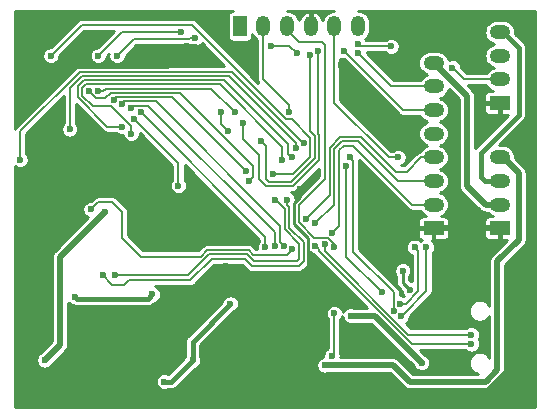
<source format=gbl>
G04 #@! TF.GenerationSoftware,KiCad,Pcbnew,5.0.0-rc2-dev-unknown-bf135b0~64~ubuntu16.04.1*
G04 #@! TF.CreationDate,2018-05-07T12:38:37+02:00*
G04 #@! TF.ProjectId,uwb_pcb,7577625F7063622E6B696361645F7063,rev?*
G04 #@! TF.SameCoordinates,Original*
G04 #@! TF.FileFunction,Copper,L2,Bot,Signal*
G04 #@! TF.FilePolarity,Positive*
%FSLAX46Y46*%
G04 Gerber Fmt 4.6, Leading zero omitted, Abs format (unit mm)*
G04 Created by KiCad (PCBNEW 5.0.0-rc2-dev-unknown-bf135b0~64~ubuntu16.04.1) date Mon May  7 12:38:37 2018*
%MOMM*%
%LPD*%
G01*
G04 APERTURE LIST*
%ADD10R,1.750000X1.200000*%
%ADD11O,1.750000X1.200000*%
%ADD12R,1.200000X1.750000*%
%ADD13O,1.200000X1.750000*%
%ADD14C,0.600000*%
%ADD15C,0.400000*%
%ADD16C,0.500000*%
%ADD17C,0.180000*%
%ADD18C,0.250000*%
%ADD19C,0.254000*%
G04 APERTURE END LIST*
D10*
X134400000Y-52400000D03*
D11*
X134400000Y-50400000D03*
X134400000Y-48400000D03*
X134400000Y-46400000D03*
X134400000Y-44400000D03*
X134400000Y-42400000D03*
X134400000Y-40400000D03*
X134400000Y-38400000D03*
X140000000Y-46400000D03*
X140000000Y-48400000D03*
X140000000Y-50400000D03*
D10*
X140000000Y-52400000D03*
X140000000Y-41800000D03*
D11*
X140000000Y-39800000D03*
X140000000Y-37800000D03*
X140000000Y-35800000D03*
D12*
X118000000Y-35306000D03*
D13*
X120000000Y-35306000D03*
X122000000Y-35306000D03*
X124000000Y-35306000D03*
X126000000Y-35306000D03*
X128000000Y-35306000D03*
D14*
X106800000Y-60800000D03*
X110800000Y-60800000D03*
X119200000Y-61000000D03*
X123400000Y-60800000D03*
X103600000Y-38400000D03*
X140600000Y-59200000D03*
X129800000Y-65600000D03*
X124600000Y-57200000D03*
X113529455Y-36998482D03*
X116800000Y-55600000D03*
X115703058Y-38503058D03*
X110400000Y-50600000D03*
X113662835Y-50970010D03*
X123096942Y-49069979D03*
X128800000Y-42800000D03*
X126600000Y-38600000D03*
X111600000Y-65400000D03*
X114000000Y-63600000D03*
X133400000Y-63800000D03*
X127400000Y-59800000D03*
X117200000Y-58800000D03*
X102800000Y-56600000D03*
X106600000Y-51000000D03*
X101481004Y-63570010D03*
X131800000Y-56000000D03*
X132400000Y-57600000D03*
X110600000Y-58000000D03*
X104000000Y-58200000D03*
X99400000Y-46600000D03*
X123400000Y-45200000D03*
X117600000Y-42600000D03*
X106024900Y-40793250D03*
X103600000Y-44000000D03*
X122750991Y-45632672D03*
X122400000Y-46400000D03*
X108000000Y-43800000D03*
X121600000Y-46600000D03*
X108800000Y-44400000D03*
X112800000Y-48800000D03*
X109065828Y-43171845D03*
X109596426Y-42600107D03*
X120167336Y-54003130D03*
X108754325Y-42240097D03*
X120944718Y-53916475D03*
X108014335Y-41894005D03*
X121723818Y-53878779D03*
X118529989Y-47588212D03*
X107329795Y-41520075D03*
X107600000Y-37799966D03*
X114200227Y-36318474D03*
X106000000Y-37800000D03*
X113000000Y-35770010D03*
X118800000Y-48400000D03*
X105237471Y-40811937D03*
X102000000Y-37800000D03*
X120770010Y-47800000D03*
X125200000Y-64000000D03*
X122200000Y-42599994D03*
X119800000Y-45000000D03*
X128000000Y-37600000D03*
X123943744Y-37697591D03*
X126800000Y-37370010D03*
X124651635Y-37370010D03*
X118252205Y-43491994D03*
X130800000Y-37000000D03*
X128000000Y-36800000D03*
X122800000Y-37600000D03*
X120600000Y-37000000D03*
X116400000Y-42600000D03*
X117003058Y-44196942D03*
X123600000Y-51600021D03*
X124400000Y-52000000D03*
X125825840Y-52771914D03*
X105400000Y-50800000D03*
X122433845Y-54201705D03*
X137600000Y-62200000D03*
X124400021Y-53886200D03*
X137600000Y-61400000D03*
X125170609Y-53765318D03*
X126000000Y-54000000D03*
X131400000Y-46399990D03*
X130000000Y-57800000D03*
X126000000Y-59600000D03*
X125800000Y-63200000D03*
X126999300Y-47174990D03*
X131025327Y-59374673D03*
X127289435Y-46392652D03*
X132800000Y-54000000D03*
X131600000Y-58800000D03*
X136000000Y-38800000D03*
X133800000Y-54000000D03*
X131652297Y-59838706D03*
X107400000Y-56400000D03*
X121000000Y-50000000D03*
X122000000Y-50000000D03*
X106400000Y-56400000D03*
D15*
X106800000Y-60800000D02*
X110800000Y-60800000D01*
X119200000Y-61000000D02*
X123200000Y-61000000D01*
X123200000Y-61000000D02*
X123400000Y-60800000D01*
X104024264Y-38400000D02*
X104297472Y-38673208D01*
X104297472Y-38673208D02*
X111854729Y-38673208D01*
X111854729Y-38673208D02*
X113229456Y-37298481D01*
X113229456Y-37298481D02*
X113529455Y-36998482D01*
X103600000Y-38400000D02*
X104024264Y-38400000D01*
D16*
X140600000Y-59200000D02*
X140600000Y-64600000D01*
X140600000Y-64600000D02*
X139000000Y-66200000D01*
X139000000Y-66200000D02*
X130400000Y-66200000D01*
X130400000Y-66200000D02*
X129800000Y-65600000D01*
D17*
X119200000Y-61000000D02*
X119200000Y-58000000D01*
X119200000Y-58000000D02*
X116800000Y-55600000D01*
D15*
X110800000Y-60800000D02*
X113000000Y-60800000D01*
X117200000Y-57600000D02*
X119200000Y-59600000D01*
X119200000Y-59600000D02*
X119200000Y-61000000D01*
X116200000Y-57600000D02*
X117200000Y-57600000D01*
X113000000Y-60800000D02*
X116200000Y-57600000D01*
X124600000Y-59600000D02*
X124600000Y-57200000D01*
X123400000Y-60800000D02*
X124600000Y-59600000D01*
D16*
X129500001Y-65300001D02*
X124500001Y-65300001D01*
X129800000Y-65600000D02*
X129500001Y-65300001D01*
X123400000Y-64200000D02*
X123400000Y-60800000D01*
X124500001Y-65300001D02*
X123400000Y-64200000D01*
X135775000Y-52400000D02*
X140000000Y-52400000D01*
X134400000Y-52400000D02*
X135775000Y-52400000D01*
D15*
X115403059Y-38203059D02*
X115703058Y-38503058D01*
X113529455Y-36998482D02*
X114198482Y-36998482D01*
X114198482Y-36998482D02*
X115403059Y-38203059D01*
D18*
X113362836Y-50670011D02*
X113662835Y-50970010D01*
X113292825Y-50600000D02*
X113362836Y-50670011D01*
X110400000Y-50600000D02*
X113292825Y-50600000D01*
X122595011Y-50300391D02*
X123096942Y-49798460D01*
X123795011Y-56395011D02*
X123795011Y-53236382D01*
X123096942Y-49494243D02*
X123096942Y-49069979D01*
X123096942Y-49798460D02*
X123096942Y-49494243D01*
X123795011Y-53236382D02*
X122595011Y-52036382D01*
X124600000Y-57200000D02*
X123795011Y-56395011D01*
X122595011Y-52036382D02*
X122595011Y-50300391D01*
D17*
X128800000Y-40800000D02*
X126600000Y-38600000D01*
X128800000Y-42800000D02*
X128800000Y-40800000D01*
D15*
X112200000Y-65400000D02*
X114000000Y-63600000D01*
X111600000Y-65400000D02*
X112200000Y-65400000D01*
D16*
X133400000Y-63800000D02*
X129400000Y-59800000D01*
X129400000Y-59800000D02*
X127400000Y-59800000D01*
D15*
X114000000Y-62000000D02*
X114000000Y-63600000D01*
X117200000Y-58800000D02*
X114000000Y-62000000D01*
X141600000Y-37125000D02*
X140275000Y-35800000D01*
X141600000Y-42800000D02*
X141600000Y-37125000D01*
X140000000Y-48400000D02*
X138725000Y-48400000D01*
X138400000Y-48075000D02*
X138400000Y-46000000D01*
X140275000Y-35800000D02*
X140000000Y-35800000D01*
X138725000Y-48400000D02*
X138400000Y-48075000D01*
X138400000Y-46000000D02*
X141600000Y-42800000D01*
D16*
X102800000Y-54800000D02*
X106600000Y-51000000D01*
X102800000Y-56600000D02*
X102800000Y-54800000D01*
X102800000Y-62251014D02*
X101781003Y-63270011D01*
X102800000Y-56600000D02*
X102800000Y-62251014D01*
X101781003Y-63270011D02*
X101481004Y-63570010D01*
X138800000Y-50400000D02*
X140000000Y-50400000D01*
X137200000Y-48800000D02*
X138800000Y-50400000D01*
X137200000Y-41200000D02*
X137200000Y-48800000D01*
X134400000Y-38400000D02*
X137200000Y-41200000D01*
D18*
X131800000Y-56000000D02*
X131800000Y-57000000D01*
X131800000Y-57000000D02*
X132400000Y-57600000D01*
D15*
X110600000Y-58000000D02*
X110200000Y-58400000D01*
X104200000Y-58400000D02*
X104000000Y-58200000D01*
X110200000Y-58400000D02*
X104200000Y-58400000D01*
D17*
X117343217Y-39143217D02*
X123100001Y-44900001D01*
X104456783Y-39143217D02*
X117343217Y-39143217D01*
X99400000Y-44200000D02*
X104456783Y-39143217D01*
X123100001Y-44900001D02*
X123400000Y-45200000D01*
X99400000Y-46600000D02*
X99400000Y-44200000D01*
X106449164Y-40793250D02*
X106024900Y-40793250D01*
X115590055Y-40590055D02*
X106652359Y-40590055D01*
X106652359Y-40590055D02*
X106449164Y-40793250D01*
X117600000Y-42600000D02*
X115590055Y-40590055D01*
X106603541Y-39510023D02*
X117052606Y-39510023D01*
X122750991Y-45208408D02*
X122750991Y-45632672D01*
X103600000Y-44000000D02*
X103600000Y-40509132D01*
X117052606Y-39510023D02*
X122750991Y-45208408D01*
X103600000Y-40509132D02*
X104605904Y-39503228D01*
X106596745Y-39503228D02*
X106603541Y-39510023D01*
X104605904Y-39503228D02*
X106596745Y-39503228D01*
X122400000Y-46400000D02*
X122100001Y-46100001D01*
X106781736Y-43800000D02*
X107575736Y-43800000D01*
X104833437Y-39863237D02*
X104307459Y-40389215D01*
X106454419Y-39870033D02*
X106447623Y-39863237D01*
X107575736Y-43800000D02*
X108000000Y-43800000D01*
X122100001Y-46100001D02*
X122100001Y-45300001D01*
X116670034Y-39870034D02*
X106454419Y-39870033D01*
X122100001Y-45300001D02*
X116670034Y-39870034D01*
X106447623Y-39863237D02*
X104833437Y-39863237D01*
X104307459Y-40389215D02*
X104307460Y-41325724D01*
X104307460Y-41325724D02*
X106781736Y-43800000D01*
X121600000Y-45490868D02*
X116339176Y-40230044D01*
X121600000Y-46600000D02*
X121600000Y-45490868D01*
X105580945Y-42090077D02*
X107123033Y-42090077D01*
X108800000Y-43975736D02*
X108800000Y-44400000D01*
X108800000Y-43767044D02*
X108800000Y-43975736D01*
X107123033Y-42090077D02*
X108800000Y-43767044D01*
X104667470Y-41176602D02*
X105580945Y-42090077D01*
X104667470Y-40538336D02*
X104667470Y-41176602D01*
X106298502Y-40223248D02*
X104982558Y-40223248D01*
X106305298Y-40230044D02*
X106298502Y-40223248D01*
X104982558Y-40223248D02*
X104667470Y-40538336D01*
X116339176Y-40230044D02*
X106305298Y-40230044D01*
X109365827Y-43471844D02*
X109065828Y-43171845D01*
X112800000Y-46906017D02*
X109365827Y-43471844D01*
X112800000Y-48800000D02*
X112800000Y-46906017D01*
X109596426Y-42600107D02*
X120167336Y-53171017D01*
X120167336Y-53171017D02*
X120167336Y-53578866D01*
X120167336Y-53578866D02*
X120167336Y-54003130D01*
X120944718Y-53492211D02*
X120944718Y-53916475D01*
X120944718Y-52737059D02*
X120944718Y-53492211D01*
X108754325Y-42240097D02*
X108964325Y-42030097D01*
X110237756Y-42030097D02*
X120944718Y-52737059D01*
X108964325Y-42030097D02*
X110237756Y-42030097D01*
X108014335Y-41894005D02*
X107989798Y-41869468D01*
X121423819Y-52183507D02*
X121423819Y-53578780D01*
X108172593Y-41670088D02*
X110910400Y-41670088D01*
X107989798Y-41852883D02*
X108172593Y-41670088D01*
X107989798Y-41869468D02*
X107989798Y-41852883D01*
X121423819Y-53578780D02*
X121723818Y-53878779D01*
X110910400Y-41670088D02*
X121423819Y-52183507D01*
X107300443Y-41490723D02*
X107329795Y-41520075D01*
X118529989Y-47588212D02*
X112251854Y-41310077D01*
X112251854Y-41310077D02*
X107451736Y-41310077D01*
X107451736Y-41310077D02*
X107300443Y-41461370D01*
X107300443Y-41461370D02*
X107300443Y-41490723D01*
X113775963Y-36318474D02*
X114200227Y-36318474D01*
X113694437Y-36400000D02*
X113775963Y-36318474D01*
X108999966Y-36400000D02*
X113694437Y-36400000D01*
X107600000Y-37799966D02*
X108999966Y-36400000D01*
X108029990Y-35770010D02*
X112575736Y-35770010D01*
X112575736Y-35770010D02*
X113000000Y-35770010D01*
X106000000Y-37800000D02*
X108029990Y-35770010D01*
X105825534Y-41400000D02*
X105537470Y-41111936D01*
X106600000Y-41400000D02*
X105825534Y-41400000D01*
X107049934Y-40950066D02*
X106600000Y-41400000D01*
X112950066Y-40950066D02*
X107049934Y-40950066D01*
X119099999Y-47099999D02*
X112950066Y-40950066D01*
X119099999Y-48100001D02*
X119099999Y-47099999D01*
X105537470Y-41111936D02*
X105237471Y-40811937D01*
X118800000Y-48400000D02*
X119099999Y-48100001D01*
X122505055Y-47800000D02*
X121194274Y-47800000D01*
X123970001Y-46335054D02*
X122505055Y-47800000D01*
X123970001Y-44726399D02*
X123970001Y-46335054D01*
X122413607Y-43170005D02*
X123970001Y-44726399D01*
X102000000Y-37800000D02*
X104600000Y-35200000D01*
X121194274Y-47800000D02*
X120770010Y-47800000D01*
X104600000Y-35200000D02*
X113956394Y-35200000D01*
X113956394Y-35200000D02*
X121926399Y-43170005D01*
X121926399Y-43170005D02*
X122413607Y-43170005D01*
D16*
X140275000Y-46400000D02*
X140000000Y-46400000D01*
X141600000Y-47725000D02*
X140275000Y-46400000D01*
X141600000Y-53400000D02*
X141600000Y-47725000D01*
X139800000Y-55200000D02*
X141600000Y-53400000D01*
X139800000Y-64400000D02*
X139800000Y-55200000D01*
X131000000Y-64000000D02*
X132400000Y-65400000D01*
X132400000Y-65400000D02*
X138800000Y-65400000D01*
X125200000Y-64000000D02*
X131000000Y-64000000D01*
X138800000Y-65400000D02*
X139800000Y-64400000D01*
D17*
X120000000Y-35306000D02*
X120000000Y-39800000D01*
X122200000Y-42175730D02*
X122200000Y-42599994D01*
X120000000Y-39800000D02*
X122200000Y-42000000D01*
X122200000Y-42000000D02*
X122200000Y-42175730D01*
X128299999Y-37899999D02*
X128000000Y-37600000D01*
X130800000Y-40400000D02*
X128299999Y-37899999D01*
X134400000Y-40400000D02*
X130800000Y-40400000D01*
X119800000Y-45000000D02*
X120200000Y-45400000D01*
X124330012Y-46484175D02*
X124330012Y-44577278D01*
X120466929Y-48466929D02*
X122347258Y-48466929D01*
X120200000Y-48200000D02*
X120466929Y-48466929D01*
X123943744Y-44191010D02*
X123943744Y-38121855D01*
X120200000Y-45400000D02*
X120200000Y-48200000D01*
X122347258Y-48466929D02*
X124330012Y-46484175D01*
X124330012Y-44577278D02*
X123943744Y-44191010D01*
X123943744Y-38121855D02*
X123943744Y-37697591D01*
X131829990Y-42400000D02*
X127099999Y-37670009D01*
X127099999Y-37670009D02*
X126800000Y-37370010D01*
X134400000Y-42400000D02*
X131829990Y-42400000D01*
X124651635Y-44389769D02*
X124690023Y-44428157D01*
X118252205Y-44852205D02*
X118252205Y-43916258D01*
X119600000Y-46200000D02*
X118252205Y-44852205D01*
X122496379Y-48826940D02*
X120226940Y-48826940D01*
X120226940Y-48826940D02*
X119600000Y-48200000D01*
X118252205Y-43916258D02*
X118252205Y-43491994D01*
X124651635Y-37370010D02*
X124651635Y-44389769D01*
X124690023Y-46633296D02*
X122496379Y-48826940D01*
X124690023Y-44428157D02*
X124690023Y-46633296D01*
X119600000Y-48200000D02*
X119600000Y-46200000D01*
X128200000Y-37000000D02*
X128000000Y-36800000D01*
X130800000Y-37000000D02*
X128200000Y-37000000D01*
X122200000Y-37000000D02*
X120600000Y-37000000D01*
X122800000Y-37600000D02*
X122200000Y-37000000D01*
X116400000Y-43593884D02*
X116703059Y-43896943D01*
X116400000Y-42600000D02*
X116400000Y-43593884D01*
X116703059Y-43896943D02*
X117003058Y-44196942D01*
X126501757Y-44679979D02*
X125600000Y-45581736D01*
X133345000Y-46400000D02*
X132145000Y-47600000D01*
X125600000Y-49600021D02*
X123899999Y-51300022D01*
X134400000Y-46400000D02*
X133345000Y-46400000D01*
X132145000Y-47600000D02*
X131200000Y-47600000D01*
X128279979Y-44679979D02*
X126501757Y-44679979D01*
X123899999Y-51300022D02*
X123600000Y-51600021D01*
X125600000Y-45581736D02*
X125600000Y-49600021D01*
X131200000Y-47600000D02*
X128279979Y-44679979D01*
X126000000Y-50400000D02*
X126000000Y-45690868D01*
X126000000Y-45690868D02*
X126650878Y-45039990D01*
X126650878Y-45039990D02*
X128039990Y-45039990D01*
X131400000Y-48400000D02*
X133345000Y-48400000D01*
X128039990Y-45039990D02*
X131400000Y-48400000D01*
X124400000Y-52000000D02*
X126000000Y-50400000D01*
X133345000Y-48400000D02*
X134400000Y-48400000D01*
X132600000Y-50400000D02*
X127600000Y-45400000D01*
X126125839Y-52471915D02*
X125825840Y-52771914D01*
X126400000Y-45800000D02*
X126400000Y-52197754D01*
X126400000Y-52197754D02*
X126125839Y-52471915D01*
X127600000Y-45400000D02*
X126800000Y-45400000D01*
X126800000Y-45400000D02*
X126400000Y-45800000D01*
X134400000Y-50400000D02*
X132600000Y-50400000D01*
X115250879Y-54239989D02*
X118749121Y-54239989D01*
X109600000Y-54800000D02*
X114690868Y-54800000D01*
X106000000Y-50200000D02*
X107200000Y-50200000D01*
X108000000Y-53200000D02*
X109600000Y-54800000D01*
X114690868Y-54800000D02*
X115250879Y-54239989D01*
X118749121Y-54239989D02*
X119149122Y-54639990D01*
X121995560Y-54639990D02*
X122133846Y-54501704D01*
X119149122Y-54639990D02*
X121995560Y-54639990D01*
X122133846Y-54501704D02*
X122433845Y-54201705D01*
X105400000Y-50800000D02*
X106000000Y-50200000D01*
X107200000Y-50200000D02*
X108000000Y-51000000D01*
X108000000Y-51000000D02*
X108000000Y-53200000D01*
X124700020Y-54364614D02*
X124700020Y-54186199D01*
X137600000Y-62200000D02*
X132535406Y-62200000D01*
X132535406Y-62200000D02*
X124700020Y-54364614D01*
X124700020Y-54186199D02*
X124400021Y-53886200D01*
X137600000Y-61400000D02*
X132244538Y-61400000D01*
X132244538Y-61400000D02*
X125170609Y-54326071D01*
X125170609Y-54326071D02*
X125170609Y-54189582D01*
X125170609Y-54189582D02*
X125170609Y-53765318D01*
X122000000Y-35581000D02*
X122000000Y-35306000D01*
X122990022Y-51872764D02*
X122990022Y-50464009D01*
X124948430Y-36600000D02*
X123019000Y-36600000D01*
X125221637Y-48232394D02*
X125221637Y-36873207D01*
X126000000Y-54000000D02*
X126000000Y-53751107D01*
X125444210Y-53195317D02*
X124312575Y-53195317D01*
X122990022Y-50464009D02*
X125221637Y-48232394D01*
X126000000Y-53751107D02*
X125444210Y-53195317D01*
X123019000Y-36600000D02*
X122000000Y-35581000D01*
X124312575Y-53195317D02*
X122990022Y-51872764D01*
X125221637Y-36873207D02*
X124948430Y-36600000D01*
X131399990Y-46400000D02*
X131400000Y-46399990D01*
X130600000Y-46400000D02*
X131399990Y-46400000D01*
X126000000Y-41800000D02*
X130600000Y-46400000D01*
X126000000Y-35306000D02*
X126000000Y-41800000D01*
X126000000Y-63000000D02*
X125800000Y-63200000D01*
X126000000Y-59600000D02*
X126000000Y-63000000D01*
X130000000Y-57800000D02*
X126999300Y-54799300D01*
X126999300Y-54799300D02*
X126999300Y-47599254D01*
X126999300Y-47599254D02*
X126999300Y-47174990D01*
X127589434Y-46692651D02*
X127289435Y-46392652D01*
X131025327Y-57825327D02*
X127589434Y-54389434D01*
X127589434Y-54389434D02*
X127589434Y-46692651D01*
X131025327Y-59374673D02*
X131025327Y-57825327D01*
X136299999Y-39099999D02*
X136000000Y-38800000D01*
X140000000Y-39800000D02*
X137000000Y-39800000D01*
X137000000Y-39800000D02*
X136299999Y-39099999D01*
X133099999Y-54299999D02*
X133099999Y-57743605D01*
X132024264Y-58800000D02*
X131600000Y-58800000D01*
X132043604Y-58800000D02*
X132024264Y-58800000D01*
X132800000Y-54000000D02*
X133099999Y-54299999D01*
X133099999Y-57743605D02*
X132043604Y-58800000D01*
X131952296Y-59538707D02*
X131652297Y-59838706D01*
X133800000Y-54000000D02*
X133800000Y-57691003D01*
X133800000Y-57691003D02*
X131952296Y-59538707D01*
X122800000Y-55200000D02*
X123003855Y-54996145D01*
X123003855Y-53712987D02*
X121800000Y-52509132D01*
X118600000Y-54600000D02*
X119200000Y-55200000D01*
X121800000Y-52509132D02*
X121800000Y-50800000D01*
X107400000Y-56400000D02*
X113600000Y-56400000D01*
X121800000Y-50800000D02*
X121299999Y-50299999D01*
X119200000Y-55200000D02*
X122800000Y-55200000D01*
X121299999Y-50299999D02*
X121000000Y-50000000D01*
X123003855Y-54996145D02*
X123003855Y-53712987D01*
X115400000Y-54600000D02*
X118600000Y-54600000D01*
X113600000Y-56400000D02*
X115400000Y-54600000D01*
X122000000Y-50424264D02*
X122200000Y-50624264D01*
X122000000Y-50000000D02*
X122000000Y-50424264D01*
X122200000Y-50624264D02*
X122200000Y-52400000D01*
X122200000Y-52400000D02*
X123400000Y-53600000D01*
X123400000Y-53600000D02*
X123400000Y-55200000D01*
X123400000Y-55200000D02*
X123000000Y-55600000D01*
X123000000Y-55600000D02*
X119000000Y-55600000D01*
X119000000Y-55600000D02*
X118400000Y-55000000D01*
X118400000Y-55000000D02*
X115600000Y-55000000D01*
X115600000Y-55000000D02*
X113800000Y-56800000D01*
X113800000Y-56800000D02*
X108600000Y-56800000D01*
X108600000Y-56800000D02*
X108200000Y-57200000D01*
X107200000Y-57200000D02*
X106400000Y-56400000D01*
X108200000Y-57200000D02*
X107200000Y-57200000D01*
D19*
G36*
X142998000Y-67498000D02*
X98927000Y-67498000D01*
X98927000Y-65328397D01*
X110873000Y-65328397D01*
X110873000Y-65471603D01*
X110900938Y-65612058D01*
X110955741Y-65744364D01*
X111035302Y-65863436D01*
X111136564Y-65964698D01*
X111255636Y-66044259D01*
X111387942Y-66099062D01*
X111528397Y-66127000D01*
X111671603Y-66127000D01*
X111812058Y-66099062D01*
X111944364Y-66044259D01*
X111970194Y-66027000D01*
X112169206Y-66027000D01*
X112200000Y-66030033D01*
X112230794Y-66027000D01*
X112322913Y-66017927D01*
X112441103Y-65982075D01*
X112550028Y-65923853D01*
X112645501Y-65845501D01*
X112665138Y-65821573D01*
X114181589Y-64305123D01*
X114212058Y-64299062D01*
X114344364Y-64244259D01*
X114463436Y-64164698D01*
X114564698Y-64063436D01*
X114644259Y-63944364D01*
X114699062Y-63812058D01*
X114727000Y-63671603D01*
X114727000Y-63528397D01*
X114699062Y-63387942D01*
X114644259Y-63255636D01*
X114627000Y-63229806D01*
X114627000Y-62259711D01*
X117381589Y-59505123D01*
X117412058Y-59499062D01*
X117544364Y-59444259D01*
X117663436Y-59364698D01*
X117764698Y-59263436D01*
X117844259Y-59144364D01*
X117899062Y-59012058D01*
X117927000Y-58871603D01*
X117927000Y-58728397D01*
X117899062Y-58587942D01*
X117844259Y-58455636D01*
X117764698Y-58336564D01*
X117663436Y-58235302D01*
X117544364Y-58155741D01*
X117412058Y-58100938D01*
X117271603Y-58073000D01*
X117128397Y-58073000D01*
X116987942Y-58100938D01*
X116855636Y-58155741D01*
X116736564Y-58235302D01*
X116635302Y-58336564D01*
X116555741Y-58455636D01*
X116500938Y-58587942D01*
X116494877Y-58618411D01*
X113578427Y-61534862D01*
X113554499Y-61554499D01*
X113476147Y-61649973D01*
X113417925Y-61758898D01*
X113395766Y-61831949D01*
X113382073Y-61877088D01*
X113369967Y-62000000D01*
X113373000Y-62030794D01*
X113373001Y-63229805D01*
X113355741Y-63255636D01*
X113300938Y-63387942D01*
X113294877Y-63418411D01*
X111952267Y-64761022D01*
X111944364Y-64755741D01*
X111812058Y-64700938D01*
X111671603Y-64673000D01*
X111528397Y-64673000D01*
X111387942Y-64700938D01*
X111255636Y-64755741D01*
X111136564Y-64835302D01*
X111035302Y-64936564D01*
X110955741Y-65055636D01*
X110900938Y-65187942D01*
X110873000Y-65328397D01*
X98927000Y-65328397D01*
X98927000Y-47155134D01*
X98936564Y-47164698D01*
X99055636Y-47244259D01*
X99187942Y-47299062D01*
X99328397Y-47327000D01*
X99471603Y-47327000D01*
X99612058Y-47299062D01*
X99744364Y-47244259D01*
X99863436Y-47164698D01*
X99964698Y-47063436D01*
X100044259Y-46944364D01*
X100099062Y-46812058D01*
X100127000Y-46671603D01*
X100127000Y-46528397D01*
X100099062Y-46387942D01*
X100044259Y-46255636D01*
X99964698Y-46136564D01*
X99917000Y-46088866D01*
X99917000Y-44414147D01*
X103083001Y-41248147D01*
X103083000Y-43488866D01*
X103035302Y-43536564D01*
X102955741Y-43655636D01*
X102900938Y-43787942D01*
X102873000Y-43928397D01*
X102873000Y-44071603D01*
X102900938Y-44212058D01*
X102955741Y-44344364D01*
X103035302Y-44463436D01*
X103136564Y-44564698D01*
X103255636Y-44644259D01*
X103387942Y-44699062D01*
X103528397Y-44727000D01*
X103671603Y-44727000D01*
X103812058Y-44699062D01*
X103944364Y-44644259D01*
X104063436Y-44564698D01*
X104164698Y-44463436D01*
X104244259Y-44344364D01*
X104299062Y-44212058D01*
X104327000Y-44071603D01*
X104327000Y-43928397D01*
X104299062Y-43787942D01*
X104244259Y-43655636D01*
X104164698Y-43536564D01*
X104117000Y-43488866D01*
X104117000Y-41866411D01*
X106398203Y-44147615D01*
X106414393Y-44167343D01*
X106474173Y-44216402D01*
X106493117Y-44231949D01*
X106582931Y-44279956D01*
X106604653Y-44286545D01*
X106680386Y-44309519D01*
X106756343Y-44317000D01*
X106756345Y-44317000D01*
X106781736Y-44319501D01*
X106807127Y-44317000D01*
X107488866Y-44317000D01*
X107536564Y-44364698D01*
X107655636Y-44444259D01*
X107787942Y-44499062D01*
X107928397Y-44527000D01*
X108071603Y-44527000D01*
X108083547Y-44524624D01*
X108100938Y-44612058D01*
X108155741Y-44744364D01*
X108235302Y-44863436D01*
X108336564Y-44964698D01*
X108455636Y-45044259D01*
X108587942Y-45099062D01*
X108728397Y-45127000D01*
X108871603Y-45127000D01*
X109012058Y-45099062D01*
X109144364Y-45044259D01*
X109263436Y-44964698D01*
X109364698Y-44863436D01*
X109444259Y-44744364D01*
X109499062Y-44612058D01*
X109527000Y-44471603D01*
X109527000Y-44364164D01*
X112283001Y-47120166D01*
X112283000Y-48288866D01*
X112235302Y-48336564D01*
X112155741Y-48455636D01*
X112100938Y-48587942D01*
X112073000Y-48728397D01*
X112073000Y-48871603D01*
X112100938Y-49012058D01*
X112155741Y-49144364D01*
X112235302Y-49263436D01*
X112336564Y-49364698D01*
X112455636Y-49444259D01*
X112587942Y-49499062D01*
X112728397Y-49527000D01*
X112871603Y-49527000D01*
X113012058Y-49499062D01*
X113144364Y-49444259D01*
X113263436Y-49364698D01*
X113364698Y-49263436D01*
X113444259Y-49144364D01*
X113499062Y-49012058D01*
X113527000Y-48871603D01*
X113527000Y-48728397D01*
X113499062Y-48587942D01*
X113444259Y-48455636D01*
X113364698Y-48336564D01*
X113317000Y-48288866D01*
X113317000Y-47051828D01*
X119650336Y-53385165D01*
X119650336Y-53491996D01*
X119602638Y-53539694D01*
X119523077Y-53658766D01*
X119468274Y-53791072D01*
X119440336Y-53931527D01*
X119440336Y-54074733D01*
X119449935Y-54122990D01*
X119363270Y-54122990D01*
X119132659Y-53892380D01*
X119116464Y-53872646D01*
X119037740Y-53808040D01*
X118947925Y-53760033D01*
X118850471Y-53730470D01*
X118774514Y-53722989D01*
X118774512Y-53722989D01*
X118749121Y-53720488D01*
X118723730Y-53722989D01*
X115276269Y-53722989D01*
X115250878Y-53720488D01*
X115225487Y-53722989D01*
X115225486Y-53722989D01*
X115149529Y-53730470D01*
X115052075Y-53760033D01*
X115010266Y-53782380D01*
X114962259Y-53808040D01*
X114949910Y-53818175D01*
X114883536Y-53872646D01*
X114867345Y-53892375D01*
X114476721Y-54283000D01*
X109814148Y-54283000D01*
X108517000Y-52985853D01*
X108517000Y-51025391D01*
X108519501Y-51000000D01*
X108517000Y-50974607D01*
X108509519Y-50898650D01*
X108479956Y-50801196D01*
X108431949Y-50711381D01*
X108367343Y-50632657D01*
X108347614Y-50616466D01*
X107583538Y-49852391D01*
X107567343Y-49832657D01*
X107488619Y-49768051D01*
X107398804Y-49720044D01*
X107301350Y-49690481D01*
X107225393Y-49683000D01*
X107225391Y-49683000D01*
X107200000Y-49680499D01*
X107174609Y-49683000D01*
X106025390Y-49683000D01*
X105999999Y-49680499D01*
X105974608Y-49683000D01*
X105974607Y-49683000D01*
X105898650Y-49690481D01*
X105801196Y-49720044D01*
X105795666Y-49723000D01*
X105711380Y-49768051D01*
X105696214Y-49780498D01*
X105632657Y-49832657D01*
X105616466Y-49852386D01*
X105395852Y-50073000D01*
X105328397Y-50073000D01*
X105187942Y-50100938D01*
X105055636Y-50155741D01*
X104936564Y-50235302D01*
X104835302Y-50336564D01*
X104755741Y-50455636D01*
X104700938Y-50587942D01*
X104673000Y-50728397D01*
X104673000Y-50871603D01*
X104700938Y-51012058D01*
X104755741Y-51144364D01*
X104835302Y-51263436D01*
X104936564Y-51364698D01*
X105055636Y-51444259D01*
X105156528Y-51486050D01*
X102344800Y-54297778D01*
X102318974Y-54318973D01*
X102297779Y-54344799D01*
X102297776Y-54344802D01*
X102234372Y-54422060D01*
X102171508Y-54539671D01*
X102132796Y-54667286D01*
X102119726Y-54800000D01*
X102123001Y-54833254D01*
X102123000Y-56334679D01*
X102100938Y-56387942D01*
X102073000Y-56528397D01*
X102073000Y-56671603D01*
X102100938Y-56812058D01*
X102123000Y-56865320D01*
X102123001Y-61970591D01*
X101189903Y-62903689D01*
X101136640Y-62925751D01*
X101017568Y-63005312D01*
X100916306Y-63106574D01*
X100836745Y-63225646D01*
X100781942Y-63357952D01*
X100754004Y-63498407D01*
X100754004Y-63641613D01*
X100781942Y-63782068D01*
X100836745Y-63914374D01*
X100916306Y-64033446D01*
X101017568Y-64134708D01*
X101136640Y-64214269D01*
X101268946Y-64269072D01*
X101409401Y-64297010D01*
X101552607Y-64297010D01*
X101693062Y-64269072D01*
X101825368Y-64214269D01*
X101944440Y-64134708D01*
X102045702Y-64033446D01*
X102125263Y-63914374D01*
X102147325Y-63861111D01*
X103255196Y-62753240D01*
X103281027Y-62732041D01*
X103365628Y-62628955D01*
X103428492Y-62511344D01*
X103467204Y-62383729D01*
X103477000Y-62284266D01*
X103477000Y-62284257D01*
X103480274Y-62251015D01*
X103477000Y-62217773D01*
X103477000Y-58705134D01*
X103536564Y-58764698D01*
X103655636Y-58844259D01*
X103787942Y-58899062D01*
X103829944Y-58907417D01*
X103849972Y-58923853D01*
X103958897Y-58982075D01*
X104077087Y-59017927D01*
X104200000Y-59030033D01*
X104230794Y-59027000D01*
X110169206Y-59027000D01*
X110200000Y-59030033D01*
X110230794Y-59027000D01*
X110322913Y-59017927D01*
X110441103Y-58982075D01*
X110550028Y-58923853D01*
X110645501Y-58845501D01*
X110665138Y-58821573D01*
X110781588Y-58705123D01*
X110812058Y-58699062D01*
X110944364Y-58644259D01*
X111063436Y-58564698D01*
X111164698Y-58463436D01*
X111244259Y-58344364D01*
X111299062Y-58212058D01*
X111327000Y-58071603D01*
X111327000Y-57928397D01*
X111299062Y-57787942D01*
X111244259Y-57655636D01*
X111164698Y-57536564D01*
X111063436Y-57435302D01*
X110944364Y-57355741D01*
X110850835Y-57317000D01*
X113774609Y-57317000D01*
X113800000Y-57319501D01*
X113825391Y-57317000D01*
X113825393Y-57317000D01*
X113901350Y-57309519D01*
X113998804Y-57279956D01*
X114088619Y-57231949D01*
X114167343Y-57167343D01*
X114183538Y-57147609D01*
X115814148Y-55517000D01*
X118185853Y-55517000D01*
X118616466Y-55947614D01*
X118632657Y-55967343D01*
X118681292Y-56007256D01*
X118711380Y-56031949D01*
X118755696Y-56055636D01*
X118801196Y-56079956D01*
X118898650Y-56109519D01*
X118974607Y-56117000D01*
X118974608Y-56117000D01*
X118999999Y-56119501D01*
X119025390Y-56117000D01*
X122974609Y-56117000D01*
X123000000Y-56119501D01*
X123025391Y-56117000D01*
X123025393Y-56117000D01*
X123101350Y-56109519D01*
X123198804Y-56079956D01*
X123288619Y-56031949D01*
X123367343Y-55967343D01*
X123383538Y-55947609D01*
X123747614Y-55583534D01*
X123767343Y-55567343D01*
X123817961Y-55505664D01*
X123831949Y-55488620D01*
X123879955Y-55398805D01*
X123879956Y-55398804D01*
X123909519Y-55301350D01*
X123917000Y-55225393D01*
X123917000Y-55225392D01*
X123919501Y-55200001D01*
X123917000Y-55174610D01*
X123917000Y-54431313D01*
X123936585Y-54450898D01*
X124055657Y-54530459D01*
X124187963Y-54585262D01*
X124236948Y-54595006D01*
X124268071Y-54653233D01*
X124332677Y-54731957D01*
X124352411Y-54748152D01*
X128727258Y-59123000D01*
X127665320Y-59123000D01*
X127612058Y-59100938D01*
X127471603Y-59073000D01*
X127328397Y-59073000D01*
X127187942Y-59100938D01*
X127055636Y-59155741D01*
X126936564Y-59235302D01*
X126835302Y-59336564D01*
X126755741Y-59455636D01*
X126726547Y-59526117D01*
X126699062Y-59387942D01*
X126644259Y-59255636D01*
X126564698Y-59136564D01*
X126463436Y-59035302D01*
X126344364Y-58955741D01*
X126212058Y-58900938D01*
X126071603Y-58873000D01*
X125928397Y-58873000D01*
X125787942Y-58900938D01*
X125655636Y-58955741D01*
X125536564Y-59035302D01*
X125435302Y-59136564D01*
X125355741Y-59255636D01*
X125300938Y-59387942D01*
X125273000Y-59528397D01*
X125273000Y-59671603D01*
X125300938Y-59812058D01*
X125355741Y-59944364D01*
X125435302Y-60063436D01*
X125483000Y-60111134D01*
X125483001Y-62544406D01*
X125455636Y-62555741D01*
X125336564Y-62635302D01*
X125235302Y-62736564D01*
X125155741Y-62855636D01*
X125100938Y-62987942D01*
X125073000Y-63128397D01*
X125073000Y-63271603D01*
X125075376Y-63283547D01*
X124987942Y-63300938D01*
X124855636Y-63355741D01*
X124736564Y-63435302D01*
X124635302Y-63536564D01*
X124555741Y-63655636D01*
X124500938Y-63787942D01*
X124473000Y-63928397D01*
X124473000Y-64071603D01*
X124500938Y-64212058D01*
X124555741Y-64344364D01*
X124635302Y-64463436D01*
X124736564Y-64564698D01*
X124855636Y-64644259D01*
X124987942Y-64699062D01*
X125128397Y-64727000D01*
X125271603Y-64727000D01*
X125412058Y-64699062D01*
X125465320Y-64677000D01*
X130719578Y-64677000D01*
X131897778Y-65855201D01*
X131918973Y-65881027D01*
X132022059Y-65965628D01*
X132139670Y-66028492D01*
X132267285Y-66067204D01*
X132366748Y-66077000D01*
X132366755Y-66077000D01*
X132400000Y-66080274D01*
X132433245Y-66077000D01*
X138766755Y-66077000D01*
X138800000Y-66080274D01*
X138833245Y-66077000D01*
X138833252Y-66077000D01*
X138932715Y-66067204D01*
X139060330Y-66028492D01*
X139177941Y-65965628D01*
X139281027Y-65881027D01*
X139302226Y-65855196D01*
X140255205Y-64902218D01*
X140281026Y-64881027D01*
X140302218Y-64855205D01*
X140302224Y-64855199D01*
X140365628Y-64777941D01*
X140428492Y-64660330D01*
X140467204Y-64532715D01*
X140480275Y-64400000D01*
X140477000Y-64366748D01*
X140477000Y-55480422D01*
X142055200Y-53902222D01*
X142081026Y-53881027D01*
X142102308Y-53855096D01*
X142165627Y-53777942D01*
X142165628Y-53777941D01*
X142228492Y-53660330D01*
X142267204Y-53532715D01*
X142277000Y-53433252D01*
X142277000Y-53433243D01*
X142280274Y-53400001D01*
X142277000Y-53366759D01*
X142277000Y-47758245D01*
X142280274Y-47725000D01*
X142277000Y-47691755D01*
X142277000Y-47691748D01*
X142267204Y-47592285D01*
X142228492Y-47464670D01*
X142165628Y-47347059D01*
X142136347Y-47311380D01*
X142102224Y-47269801D01*
X142102222Y-47269799D01*
X142081027Y-47243973D01*
X142055201Y-47222778D01*
X141300285Y-46467863D01*
X141306969Y-46400000D01*
X141287140Y-46198673D01*
X141228415Y-46005083D01*
X141133051Y-45826669D01*
X141004712Y-45670288D01*
X140848331Y-45541949D01*
X140669917Y-45446585D01*
X140476327Y-45387860D01*
X140325451Y-45373000D01*
X139913711Y-45373000D01*
X142021579Y-43265133D01*
X142045501Y-43245501D01*
X142123853Y-43150028D01*
X142182075Y-43041103D01*
X142217927Y-42922913D01*
X142227000Y-42830794D01*
X142227000Y-42830793D01*
X142230033Y-42800001D01*
X142227000Y-42769209D01*
X142227000Y-37155794D01*
X142230033Y-37125000D01*
X142217927Y-37002087D01*
X142208373Y-36970591D01*
X142182075Y-36883897D01*
X142123853Y-36774972D01*
X142045501Y-36679499D01*
X142021578Y-36659866D01*
X141293945Y-35932234D01*
X141306969Y-35800000D01*
X141287140Y-35598673D01*
X141228415Y-35405083D01*
X141133051Y-35226669D01*
X141004712Y-35070288D01*
X140848331Y-34941949D01*
X140669917Y-34846585D01*
X140476327Y-34787860D01*
X140325451Y-34773000D01*
X139674549Y-34773000D01*
X139523673Y-34787860D01*
X139330083Y-34846585D01*
X139151669Y-34941949D01*
X138995288Y-35070288D01*
X138866949Y-35226669D01*
X138771585Y-35405083D01*
X138712860Y-35598673D01*
X138693031Y-35800000D01*
X138712860Y-36001327D01*
X138771585Y-36194917D01*
X138866949Y-36373331D01*
X138995288Y-36529712D01*
X139151669Y-36658051D01*
X139330083Y-36753415D01*
X139483653Y-36800000D01*
X139330083Y-36846585D01*
X139151669Y-36941949D01*
X138995288Y-37070288D01*
X138866949Y-37226669D01*
X138771585Y-37405083D01*
X138712860Y-37598673D01*
X138693031Y-37800000D01*
X138712860Y-38001327D01*
X138771585Y-38194917D01*
X138866949Y-38373331D01*
X138995288Y-38529712D01*
X139151669Y-38658051D01*
X139330083Y-38753415D01*
X139483653Y-38800000D01*
X139330083Y-38846585D01*
X139151669Y-38941949D01*
X138995288Y-39070288D01*
X138866949Y-39226669D01*
X138836840Y-39283000D01*
X137214148Y-39283000D01*
X136727000Y-38795853D01*
X136727000Y-38728397D01*
X136699062Y-38587942D01*
X136644259Y-38455636D01*
X136564698Y-38336564D01*
X136463436Y-38235302D01*
X136344364Y-38155741D01*
X136212058Y-38100938D01*
X136071603Y-38073000D01*
X135928397Y-38073000D01*
X135787942Y-38100938D01*
X135672054Y-38148941D01*
X135628415Y-38005083D01*
X135533051Y-37826669D01*
X135404712Y-37670288D01*
X135248331Y-37541949D01*
X135069917Y-37446585D01*
X134876327Y-37387860D01*
X134725451Y-37373000D01*
X134074549Y-37373000D01*
X133923673Y-37387860D01*
X133730083Y-37446585D01*
X133551669Y-37541949D01*
X133395288Y-37670288D01*
X133266949Y-37826669D01*
X133171585Y-38005083D01*
X133112860Y-38198673D01*
X133093031Y-38400000D01*
X133112860Y-38601327D01*
X133171585Y-38794917D01*
X133266949Y-38973331D01*
X133395288Y-39129712D01*
X133551669Y-39258051D01*
X133730083Y-39353415D01*
X133883653Y-39400000D01*
X133730083Y-39446585D01*
X133551669Y-39541949D01*
X133395288Y-39670288D01*
X133266949Y-39826669D01*
X133236840Y-39883000D01*
X131014148Y-39883000D01*
X128727000Y-37595853D01*
X128727000Y-37528397D01*
X128724733Y-37517000D01*
X130288866Y-37517000D01*
X130336564Y-37564698D01*
X130455636Y-37644259D01*
X130587942Y-37699062D01*
X130728397Y-37727000D01*
X130871603Y-37727000D01*
X131012058Y-37699062D01*
X131144364Y-37644259D01*
X131263436Y-37564698D01*
X131364698Y-37463436D01*
X131444259Y-37344364D01*
X131499062Y-37212058D01*
X131527000Y-37071603D01*
X131527000Y-36928397D01*
X131499062Y-36787942D01*
X131444259Y-36655636D01*
X131364698Y-36536564D01*
X131263436Y-36435302D01*
X131144364Y-36355741D01*
X131012058Y-36300938D01*
X130871603Y-36273000D01*
X130728397Y-36273000D01*
X130587942Y-36300938D01*
X130455636Y-36355741D01*
X130336564Y-36435302D01*
X130288866Y-36483000D01*
X128655594Y-36483000D01*
X128644259Y-36455636D01*
X128611982Y-36407330D01*
X128729712Y-36310712D01*
X128858051Y-36154331D01*
X128953415Y-35975916D01*
X129012140Y-35782326D01*
X129027000Y-35631450D01*
X129027000Y-34980549D01*
X129012140Y-34829673D01*
X128953415Y-34636083D01*
X128858051Y-34457669D01*
X128729712Y-34301288D01*
X128573331Y-34172949D01*
X128394916Y-34077585D01*
X128201326Y-34018860D01*
X128030145Y-34002000D01*
X142998001Y-34002000D01*
X142998000Y-67498000D01*
X142998000Y-67498000D01*
G37*
X142998000Y-67498000D02*
X98927000Y-67498000D01*
X98927000Y-65328397D01*
X110873000Y-65328397D01*
X110873000Y-65471603D01*
X110900938Y-65612058D01*
X110955741Y-65744364D01*
X111035302Y-65863436D01*
X111136564Y-65964698D01*
X111255636Y-66044259D01*
X111387942Y-66099062D01*
X111528397Y-66127000D01*
X111671603Y-66127000D01*
X111812058Y-66099062D01*
X111944364Y-66044259D01*
X111970194Y-66027000D01*
X112169206Y-66027000D01*
X112200000Y-66030033D01*
X112230794Y-66027000D01*
X112322913Y-66017927D01*
X112441103Y-65982075D01*
X112550028Y-65923853D01*
X112645501Y-65845501D01*
X112665138Y-65821573D01*
X114181589Y-64305123D01*
X114212058Y-64299062D01*
X114344364Y-64244259D01*
X114463436Y-64164698D01*
X114564698Y-64063436D01*
X114644259Y-63944364D01*
X114699062Y-63812058D01*
X114727000Y-63671603D01*
X114727000Y-63528397D01*
X114699062Y-63387942D01*
X114644259Y-63255636D01*
X114627000Y-63229806D01*
X114627000Y-62259711D01*
X117381589Y-59505123D01*
X117412058Y-59499062D01*
X117544364Y-59444259D01*
X117663436Y-59364698D01*
X117764698Y-59263436D01*
X117844259Y-59144364D01*
X117899062Y-59012058D01*
X117927000Y-58871603D01*
X117927000Y-58728397D01*
X117899062Y-58587942D01*
X117844259Y-58455636D01*
X117764698Y-58336564D01*
X117663436Y-58235302D01*
X117544364Y-58155741D01*
X117412058Y-58100938D01*
X117271603Y-58073000D01*
X117128397Y-58073000D01*
X116987942Y-58100938D01*
X116855636Y-58155741D01*
X116736564Y-58235302D01*
X116635302Y-58336564D01*
X116555741Y-58455636D01*
X116500938Y-58587942D01*
X116494877Y-58618411D01*
X113578427Y-61534862D01*
X113554499Y-61554499D01*
X113476147Y-61649973D01*
X113417925Y-61758898D01*
X113395766Y-61831949D01*
X113382073Y-61877088D01*
X113369967Y-62000000D01*
X113373000Y-62030794D01*
X113373001Y-63229805D01*
X113355741Y-63255636D01*
X113300938Y-63387942D01*
X113294877Y-63418411D01*
X111952267Y-64761022D01*
X111944364Y-64755741D01*
X111812058Y-64700938D01*
X111671603Y-64673000D01*
X111528397Y-64673000D01*
X111387942Y-64700938D01*
X111255636Y-64755741D01*
X111136564Y-64835302D01*
X111035302Y-64936564D01*
X110955741Y-65055636D01*
X110900938Y-65187942D01*
X110873000Y-65328397D01*
X98927000Y-65328397D01*
X98927000Y-47155134D01*
X98936564Y-47164698D01*
X99055636Y-47244259D01*
X99187942Y-47299062D01*
X99328397Y-47327000D01*
X99471603Y-47327000D01*
X99612058Y-47299062D01*
X99744364Y-47244259D01*
X99863436Y-47164698D01*
X99964698Y-47063436D01*
X100044259Y-46944364D01*
X100099062Y-46812058D01*
X100127000Y-46671603D01*
X100127000Y-46528397D01*
X100099062Y-46387942D01*
X100044259Y-46255636D01*
X99964698Y-46136564D01*
X99917000Y-46088866D01*
X99917000Y-44414147D01*
X103083001Y-41248147D01*
X103083000Y-43488866D01*
X103035302Y-43536564D01*
X102955741Y-43655636D01*
X102900938Y-43787942D01*
X102873000Y-43928397D01*
X102873000Y-44071603D01*
X102900938Y-44212058D01*
X102955741Y-44344364D01*
X103035302Y-44463436D01*
X103136564Y-44564698D01*
X103255636Y-44644259D01*
X103387942Y-44699062D01*
X103528397Y-44727000D01*
X103671603Y-44727000D01*
X103812058Y-44699062D01*
X103944364Y-44644259D01*
X104063436Y-44564698D01*
X104164698Y-44463436D01*
X104244259Y-44344364D01*
X104299062Y-44212058D01*
X104327000Y-44071603D01*
X104327000Y-43928397D01*
X104299062Y-43787942D01*
X104244259Y-43655636D01*
X104164698Y-43536564D01*
X104117000Y-43488866D01*
X104117000Y-41866411D01*
X106398203Y-44147615D01*
X106414393Y-44167343D01*
X106474173Y-44216402D01*
X106493117Y-44231949D01*
X106582931Y-44279956D01*
X106604653Y-44286545D01*
X106680386Y-44309519D01*
X106756343Y-44317000D01*
X106756345Y-44317000D01*
X106781736Y-44319501D01*
X106807127Y-44317000D01*
X107488866Y-44317000D01*
X107536564Y-44364698D01*
X107655636Y-44444259D01*
X107787942Y-44499062D01*
X107928397Y-44527000D01*
X108071603Y-44527000D01*
X108083547Y-44524624D01*
X108100938Y-44612058D01*
X108155741Y-44744364D01*
X108235302Y-44863436D01*
X108336564Y-44964698D01*
X108455636Y-45044259D01*
X108587942Y-45099062D01*
X108728397Y-45127000D01*
X108871603Y-45127000D01*
X109012058Y-45099062D01*
X109144364Y-45044259D01*
X109263436Y-44964698D01*
X109364698Y-44863436D01*
X109444259Y-44744364D01*
X109499062Y-44612058D01*
X109527000Y-44471603D01*
X109527000Y-44364164D01*
X112283001Y-47120166D01*
X112283000Y-48288866D01*
X112235302Y-48336564D01*
X112155741Y-48455636D01*
X112100938Y-48587942D01*
X112073000Y-48728397D01*
X112073000Y-48871603D01*
X112100938Y-49012058D01*
X112155741Y-49144364D01*
X112235302Y-49263436D01*
X112336564Y-49364698D01*
X112455636Y-49444259D01*
X112587942Y-49499062D01*
X112728397Y-49527000D01*
X112871603Y-49527000D01*
X113012058Y-49499062D01*
X113144364Y-49444259D01*
X113263436Y-49364698D01*
X113364698Y-49263436D01*
X113444259Y-49144364D01*
X113499062Y-49012058D01*
X113527000Y-48871603D01*
X113527000Y-48728397D01*
X113499062Y-48587942D01*
X113444259Y-48455636D01*
X113364698Y-48336564D01*
X113317000Y-48288866D01*
X113317000Y-47051828D01*
X119650336Y-53385165D01*
X119650336Y-53491996D01*
X119602638Y-53539694D01*
X119523077Y-53658766D01*
X119468274Y-53791072D01*
X119440336Y-53931527D01*
X119440336Y-54074733D01*
X119449935Y-54122990D01*
X119363270Y-54122990D01*
X119132659Y-53892380D01*
X119116464Y-53872646D01*
X119037740Y-53808040D01*
X118947925Y-53760033D01*
X118850471Y-53730470D01*
X118774514Y-53722989D01*
X118774512Y-53722989D01*
X118749121Y-53720488D01*
X118723730Y-53722989D01*
X115276269Y-53722989D01*
X115250878Y-53720488D01*
X115225487Y-53722989D01*
X115225486Y-53722989D01*
X115149529Y-53730470D01*
X115052075Y-53760033D01*
X115010266Y-53782380D01*
X114962259Y-53808040D01*
X114949910Y-53818175D01*
X114883536Y-53872646D01*
X114867345Y-53892375D01*
X114476721Y-54283000D01*
X109814148Y-54283000D01*
X108517000Y-52985853D01*
X108517000Y-51025391D01*
X108519501Y-51000000D01*
X108517000Y-50974607D01*
X108509519Y-50898650D01*
X108479956Y-50801196D01*
X108431949Y-50711381D01*
X108367343Y-50632657D01*
X108347614Y-50616466D01*
X107583538Y-49852391D01*
X107567343Y-49832657D01*
X107488619Y-49768051D01*
X107398804Y-49720044D01*
X107301350Y-49690481D01*
X107225393Y-49683000D01*
X107225391Y-49683000D01*
X107200000Y-49680499D01*
X107174609Y-49683000D01*
X106025390Y-49683000D01*
X105999999Y-49680499D01*
X105974608Y-49683000D01*
X105974607Y-49683000D01*
X105898650Y-49690481D01*
X105801196Y-49720044D01*
X105795666Y-49723000D01*
X105711380Y-49768051D01*
X105696214Y-49780498D01*
X105632657Y-49832657D01*
X105616466Y-49852386D01*
X105395852Y-50073000D01*
X105328397Y-50073000D01*
X105187942Y-50100938D01*
X105055636Y-50155741D01*
X104936564Y-50235302D01*
X104835302Y-50336564D01*
X104755741Y-50455636D01*
X104700938Y-50587942D01*
X104673000Y-50728397D01*
X104673000Y-50871603D01*
X104700938Y-51012058D01*
X104755741Y-51144364D01*
X104835302Y-51263436D01*
X104936564Y-51364698D01*
X105055636Y-51444259D01*
X105156528Y-51486050D01*
X102344800Y-54297778D01*
X102318974Y-54318973D01*
X102297779Y-54344799D01*
X102297776Y-54344802D01*
X102234372Y-54422060D01*
X102171508Y-54539671D01*
X102132796Y-54667286D01*
X102119726Y-54800000D01*
X102123001Y-54833254D01*
X102123000Y-56334679D01*
X102100938Y-56387942D01*
X102073000Y-56528397D01*
X102073000Y-56671603D01*
X102100938Y-56812058D01*
X102123000Y-56865320D01*
X102123001Y-61970591D01*
X101189903Y-62903689D01*
X101136640Y-62925751D01*
X101017568Y-63005312D01*
X100916306Y-63106574D01*
X100836745Y-63225646D01*
X100781942Y-63357952D01*
X100754004Y-63498407D01*
X100754004Y-63641613D01*
X100781942Y-63782068D01*
X100836745Y-63914374D01*
X100916306Y-64033446D01*
X101017568Y-64134708D01*
X101136640Y-64214269D01*
X101268946Y-64269072D01*
X101409401Y-64297010D01*
X101552607Y-64297010D01*
X101693062Y-64269072D01*
X101825368Y-64214269D01*
X101944440Y-64134708D01*
X102045702Y-64033446D01*
X102125263Y-63914374D01*
X102147325Y-63861111D01*
X103255196Y-62753240D01*
X103281027Y-62732041D01*
X103365628Y-62628955D01*
X103428492Y-62511344D01*
X103467204Y-62383729D01*
X103477000Y-62284266D01*
X103477000Y-62284257D01*
X103480274Y-62251015D01*
X103477000Y-62217773D01*
X103477000Y-58705134D01*
X103536564Y-58764698D01*
X103655636Y-58844259D01*
X103787942Y-58899062D01*
X103829944Y-58907417D01*
X103849972Y-58923853D01*
X103958897Y-58982075D01*
X104077087Y-59017927D01*
X104200000Y-59030033D01*
X104230794Y-59027000D01*
X110169206Y-59027000D01*
X110200000Y-59030033D01*
X110230794Y-59027000D01*
X110322913Y-59017927D01*
X110441103Y-58982075D01*
X110550028Y-58923853D01*
X110645501Y-58845501D01*
X110665138Y-58821573D01*
X110781588Y-58705123D01*
X110812058Y-58699062D01*
X110944364Y-58644259D01*
X111063436Y-58564698D01*
X111164698Y-58463436D01*
X111244259Y-58344364D01*
X111299062Y-58212058D01*
X111327000Y-58071603D01*
X111327000Y-57928397D01*
X111299062Y-57787942D01*
X111244259Y-57655636D01*
X111164698Y-57536564D01*
X111063436Y-57435302D01*
X110944364Y-57355741D01*
X110850835Y-57317000D01*
X113774609Y-57317000D01*
X113800000Y-57319501D01*
X113825391Y-57317000D01*
X113825393Y-57317000D01*
X113901350Y-57309519D01*
X113998804Y-57279956D01*
X114088619Y-57231949D01*
X114167343Y-57167343D01*
X114183538Y-57147609D01*
X115814148Y-55517000D01*
X118185853Y-55517000D01*
X118616466Y-55947614D01*
X118632657Y-55967343D01*
X118681292Y-56007256D01*
X118711380Y-56031949D01*
X118755696Y-56055636D01*
X118801196Y-56079956D01*
X118898650Y-56109519D01*
X118974607Y-56117000D01*
X118974608Y-56117000D01*
X118999999Y-56119501D01*
X119025390Y-56117000D01*
X122974609Y-56117000D01*
X123000000Y-56119501D01*
X123025391Y-56117000D01*
X123025393Y-56117000D01*
X123101350Y-56109519D01*
X123198804Y-56079956D01*
X123288619Y-56031949D01*
X123367343Y-55967343D01*
X123383538Y-55947609D01*
X123747614Y-55583534D01*
X123767343Y-55567343D01*
X123817961Y-55505664D01*
X123831949Y-55488620D01*
X123879955Y-55398805D01*
X123879956Y-55398804D01*
X123909519Y-55301350D01*
X123917000Y-55225393D01*
X123917000Y-55225392D01*
X123919501Y-55200001D01*
X123917000Y-55174610D01*
X123917000Y-54431313D01*
X123936585Y-54450898D01*
X124055657Y-54530459D01*
X124187963Y-54585262D01*
X124236948Y-54595006D01*
X124268071Y-54653233D01*
X124332677Y-54731957D01*
X124352411Y-54748152D01*
X128727258Y-59123000D01*
X127665320Y-59123000D01*
X127612058Y-59100938D01*
X127471603Y-59073000D01*
X127328397Y-59073000D01*
X127187942Y-59100938D01*
X127055636Y-59155741D01*
X126936564Y-59235302D01*
X126835302Y-59336564D01*
X126755741Y-59455636D01*
X126726547Y-59526117D01*
X126699062Y-59387942D01*
X126644259Y-59255636D01*
X126564698Y-59136564D01*
X126463436Y-59035302D01*
X126344364Y-58955741D01*
X126212058Y-58900938D01*
X126071603Y-58873000D01*
X125928397Y-58873000D01*
X125787942Y-58900938D01*
X125655636Y-58955741D01*
X125536564Y-59035302D01*
X125435302Y-59136564D01*
X125355741Y-59255636D01*
X125300938Y-59387942D01*
X125273000Y-59528397D01*
X125273000Y-59671603D01*
X125300938Y-59812058D01*
X125355741Y-59944364D01*
X125435302Y-60063436D01*
X125483000Y-60111134D01*
X125483001Y-62544406D01*
X125455636Y-62555741D01*
X125336564Y-62635302D01*
X125235302Y-62736564D01*
X125155741Y-62855636D01*
X125100938Y-62987942D01*
X125073000Y-63128397D01*
X125073000Y-63271603D01*
X125075376Y-63283547D01*
X124987942Y-63300938D01*
X124855636Y-63355741D01*
X124736564Y-63435302D01*
X124635302Y-63536564D01*
X124555741Y-63655636D01*
X124500938Y-63787942D01*
X124473000Y-63928397D01*
X124473000Y-64071603D01*
X124500938Y-64212058D01*
X124555741Y-64344364D01*
X124635302Y-64463436D01*
X124736564Y-64564698D01*
X124855636Y-64644259D01*
X124987942Y-64699062D01*
X125128397Y-64727000D01*
X125271603Y-64727000D01*
X125412058Y-64699062D01*
X125465320Y-64677000D01*
X130719578Y-64677000D01*
X131897778Y-65855201D01*
X131918973Y-65881027D01*
X132022059Y-65965628D01*
X132139670Y-66028492D01*
X132267285Y-66067204D01*
X132366748Y-66077000D01*
X132366755Y-66077000D01*
X132400000Y-66080274D01*
X132433245Y-66077000D01*
X138766755Y-66077000D01*
X138800000Y-66080274D01*
X138833245Y-66077000D01*
X138833252Y-66077000D01*
X138932715Y-66067204D01*
X139060330Y-66028492D01*
X139177941Y-65965628D01*
X139281027Y-65881027D01*
X139302226Y-65855196D01*
X140255205Y-64902218D01*
X140281026Y-64881027D01*
X140302218Y-64855205D01*
X140302224Y-64855199D01*
X140365628Y-64777941D01*
X140428492Y-64660330D01*
X140467204Y-64532715D01*
X140480275Y-64400000D01*
X140477000Y-64366748D01*
X140477000Y-55480422D01*
X142055200Y-53902222D01*
X142081026Y-53881027D01*
X142102308Y-53855096D01*
X142165627Y-53777942D01*
X142165628Y-53777941D01*
X142228492Y-53660330D01*
X142267204Y-53532715D01*
X142277000Y-53433252D01*
X142277000Y-53433243D01*
X142280274Y-53400001D01*
X142277000Y-53366759D01*
X142277000Y-47758245D01*
X142280274Y-47725000D01*
X142277000Y-47691755D01*
X142277000Y-47691748D01*
X142267204Y-47592285D01*
X142228492Y-47464670D01*
X142165628Y-47347059D01*
X142136347Y-47311380D01*
X142102224Y-47269801D01*
X142102222Y-47269799D01*
X142081027Y-47243973D01*
X142055201Y-47222778D01*
X141300285Y-46467863D01*
X141306969Y-46400000D01*
X141287140Y-46198673D01*
X141228415Y-46005083D01*
X141133051Y-45826669D01*
X141004712Y-45670288D01*
X140848331Y-45541949D01*
X140669917Y-45446585D01*
X140476327Y-45387860D01*
X140325451Y-45373000D01*
X139913711Y-45373000D01*
X142021579Y-43265133D01*
X142045501Y-43245501D01*
X142123853Y-43150028D01*
X142182075Y-43041103D01*
X142217927Y-42922913D01*
X142227000Y-42830794D01*
X142227000Y-42830793D01*
X142230033Y-42800001D01*
X142227000Y-42769209D01*
X142227000Y-37155794D01*
X142230033Y-37125000D01*
X142217927Y-37002087D01*
X142208373Y-36970591D01*
X142182075Y-36883897D01*
X142123853Y-36774972D01*
X142045501Y-36679499D01*
X142021578Y-36659866D01*
X141293945Y-35932234D01*
X141306969Y-35800000D01*
X141287140Y-35598673D01*
X141228415Y-35405083D01*
X141133051Y-35226669D01*
X141004712Y-35070288D01*
X140848331Y-34941949D01*
X140669917Y-34846585D01*
X140476327Y-34787860D01*
X140325451Y-34773000D01*
X139674549Y-34773000D01*
X139523673Y-34787860D01*
X139330083Y-34846585D01*
X139151669Y-34941949D01*
X138995288Y-35070288D01*
X138866949Y-35226669D01*
X138771585Y-35405083D01*
X138712860Y-35598673D01*
X138693031Y-35800000D01*
X138712860Y-36001327D01*
X138771585Y-36194917D01*
X138866949Y-36373331D01*
X138995288Y-36529712D01*
X139151669Y-36658051D01*
X139330083Y-36753415D01*
X139483653Y-36800000D01*
X139330083Y-36846585D01*
X139151669Y-36941949D01*
X138995288Y-37070288D01*
X138866949Y-37226669D01*
X138771585Y-37405083D01*
X138712860Y-37598673D01*
X138693031Y-37800000D01*
X138712860Y-38001327D01*
X138771585Y-38194917D01*
X138866949Y-38373331D01*
X138995288Y-38529712D01*
X139151669Y-38658051D01*
X139330083Y-38753415D01*
X139483653Y-38800000D01*
X139330083Y-38846585D01*
X139151669Y-38941949D01*
X138995288Y-39070288D01*
X138866949Y-39226669D01*
X138836840Y-39283000D01*
X137214148Y-39283000D01*
X136727000Y-38795853D01*
X136727000Y-38728397D01*
X136699062Y-38587942D01*
X136644259Y-38455636D01*
X136564698Y-38336564D01*
X136463436Y-38235302D01*
X136344364Y-38155741D01*
X136212058Y-38100938D01*
X136071603Y-38073000D01*
X135928397Y-38073000D01*
X135787942Y-38100938D01*
X135672054Y-38148941D01*
X135628415Y-38005083D01*
X135533051Y-37826669D01*
X135404712Y-37670288D01*
X135248331Y-37541949D01*
X135069917Y-37446585D01*
X134876327Y-37387860D01*
X134725451Y-37373000D01*
X134074549Y-37373000D01*
X133923673Y-37387860D01*
X133730083Y-37446585D01*
X133551669Y-37541949D01*
X133395288Y-37670288D01*
X133266949Y-37826669D01*
X133171585Y-38005083D01*
X133112860Y-38198673D01*
X133093031Y-38400000D01*
X133112860Y-38601327D01*
X133171585Y-38794917D01*
X133266949Y-38973331D01*
X133395288Y-39129712D01*
X133551669Y-39258051D01*
X133730083Y-39353415D01*
X133883653Y-39400000D01*
X133730083Y-39446585D01*
X133551669Y-39541949D01*
X133395288Y-39670288D01*
X133266949Y-39826669D01*
X133236840Y-39883000D01*
X131014148Y-39883000D01*
X128727000Y-37595853D01*
X128727000Y-37528397D01*
X128724733Y-37517000D01*
X130288866Y-37517000D01*
X130336564Y-37564698D01*
X130455636Y-37644259D01*
X130587942Y-37699062D01*
X130728397Y-37727000D01*
X130871603Y-37727000D01*
X131012058Y-37699062D01*
X131144364Y-37644259D01*
X131263436Y-37564698D01*
X131364698Y-37463436D01*
X131444259Y-37344364D01*
X131499062Y-37212058D01*
X131527000Y-37071603D01*
X131527000Y-36928397D01*
X131499062Y-36787942D01*
X131444259Y-36655636D01*
X131364698Y-36536564D01*
X131263436Y-36435302D01*
X131144364Y-36355741D01*
X131012058Y-36300938D01*
X130871603Y-36273000D01*
X130728397Y-36273000D01*
X130587942Y-36300938D01*
X130455636Y-36355741D01*
X130336564Y-36435302D01*
X130288866Y-36483000D01*
X128655594Y-36483000D01*
X128644259Y-36455636D01*
X128611982Y-36407330D01*
X128729712Y-36310712D01*
X128858051Y-36154331D01*
X128953415Y-35975916D01*
X129012140Y-35782326D01*
X129027000Y-35631450D01*
X129027000Y-34980549D01*
X129012140Y-34829673D01*
X128953415Y-34636083D01*
X128858051Y-34457669D01*
X128729712Y-34301288D01*
X128573331Y-34172949D01*
X128394916Y-34077585D01*
X128201326Y-34018860D01*
X128030145Y-34002000D01*
X142998001Y-34002000D01*
X142998000Y-67498000D01*
G36*
X136523000Y-41480423D02*
X136523001Y-48766745D01*
X136519726Y-48800000D01*
X136532796Y-48932714D01*
X136571508Y-49060329D01*
X136634372Y-49177940D01*
X136697776Y-49255198D01*
X136697779Y-49255201D01*
X136718974Y-49281027D01*
X136744800Y-49302222D01*
X138297778Y-50855201D01*
X138318973Y-50881027D01*
X138344799Y-50902222D01*
X138344801Y-50902224D01*
X138422059Y-50965628D01*
X138539670Y-51028492D01*
X138667285Y-51067204D01*
X138800000Y-51080275D01*
X138833252Y-51077000D01*
X138952028Y-51077000D01*
X138995288Y-51129712D01*
X139151669Y-51258051D01*
X139330083Y-51353415D01*
X139394646Y-51373000D01*
X139082944Y-51373000D01*
X139000449Y-51389409D01*
X138922740Y-51421597D01*
X138852803Y-51468327D01*
X138793328Y-51527803D01*
X138746598Y-51597739D01*
X138714409Y-51675449D01*
X138698000Y-51757944D01*
X138698000Y-52220250D01*
X138804750Y-52327000D01*
X139927000Y-52327000D01*
X139927000Y-52307000D01*
X140073000Y-52307000D01*
X140073000Y-52327000D01*
X140093000Y-52327000D01*
X140093000Y-52473000D01*
X140073000Y-52473000D01*
X140073000Y-53320250D01*
X140179750Y-53427000D01*
X140615578Y-53427000D01*
X139344800Y-54697778D01*
X139318974Y-54718973D01*
X139297779Y-54744799D01*
X139297776Y-54744802D01*
X139234372Y-54822060D01*
X139171508Y-54939671D01*
X139132796Y-55067286D01*
X139119726Y-55200000D01*
X139123001Y-55233255D01*
X139123001Y-58964533D01*
X139121496Y-58960901D01*
X139020048Y-58809072D01*
X138890928Y-58679952D01*
X138739099Y-58578504D01*
X138570396Y-58508624D01*
X138391301Y-58473000D01*
X138208699Y-58473000D01*
X138029604Y-58508624D01*
X137860901Y-58578504D01*
X137709072Y-58679952D01*
X137579952Y-58809072D01*
X137478504Y-58960901D01*
X137408624Y-59129604D01*
X137373000Y-59308699D01*
X137373000Y-59491301D01*
X137408624Y-59670396D01*
X137478504Y-59839099D01*
X137579952Y-59990928D01*
X137709072Y-60120048D01*
X137860901Y-60221496D01*
X138029604Y-60291376D01*
X138208699Y-60327000D01*
X138391301Y-60327000D01*
X138570396Y-60291376D01*
X138739099Y-60221496D01*
X138890928Y-60120048D01*
X139020048Y-59990928D01*
X139121496Y-59839099D01*
X139123000Y-59835467D01*
X139123000Y-63364532D01*
X139121496Y-63360901D01*
X139020048Y-63209072D01*
X138890928Y-63079952D01*
X138739099Y-62978504D01*
X138570396Y-62908624D01*
X138391301Y-62873000D01*
X138208699Y-62873000D01*
X138029604Y-62908624D01*
X137860901Y-62978504D01*
X137709072Y-63079952D01*
X137579952Y-63209072D01*
X137478504Y-63360901D01*
X137408624Y-63529604D01*
X137373000Y-63708699D01*
X137373000Y-63891301D01*
X137408624Y-64070396D01*
X137478504Y-64239099D01*
X137579952Y-64390928D01*
X137709072Y-64520048D01*
X137860901Y-64621496D01*
X138029604Y-64691376D01*
X138188590Y-64723000D01*
X132680423Y-64723000D01*
X131502226Y-63544804D01*
X131481027Y-63518973D01*
X131377941Y-63434372D01*
X131260330Y-63371508D01*
X131132715Y-63332796D01*
X131033252Y-63323000D01*
X131033245Y-63323000D01*
X131000000Y-63319726D01*
X130966755Y-63323000D01*
X126516777Y-63323000D01*
X126527000Y-63271603D01*
X126527000Y-63128397D01*
X126513526Y-63060661D01*
X126517000Y-63025393D01*
X126517000Y-63025391D01*
X126519501Y-63000000D01*
X126517000Y-62974609D01*
X126517000Y-60111134D01*
X126564698Y-60063436D01*
X126644259Y-59944364D01*
X126673453Y-59873883D01*
X126700938Y-60012058D01*
X126755741Y-60144364D01*
X126835302Y-60263436D01*
X126936564Y-60364698D01*
X127055636Y-60444259D01*
X127187942Y-60499062D01*
X127328397Y-60527000D01*
X127471603Y-60527000D01*
X127612058Y-60499062D01*
X127665320Y-60477000D01*
X129119578Y-60477000D01*
X132733679Y-64091101D01*
X132755741Y-64144364D01*
X132835302Y-64263436D01*
X132936564Y-64364698D01*
X133055636Y-64444259D01*
X133187942Y-64499062D01*
X133328397Y-64527000D01*
X133471603Y-64527000D01*
X133612058Y-64499062D01*
X133744364Y-64444259D01*
X133863436Y-64364698D01*
X133964698Y-64263436D01*
X134044259Y-64144364D01*
X134099062Y-64012058D01*
X134127000Y-63871603D01*
X134127000Y-63728397D01*
X134099062Y-63587942D01*
X134044259Y-63455636D01*
X133964698Y-63336564D01*
X133863436Y-63235302D01*
X133744364Y-63155741D01*
X133691101Y-63133679D01*
X133274422Y-62717000D01*
X137088866Y-62717000D01*
X137136564Y-62764698D01*
X137255636Y-62844259D01*
X137387942Y-62899062D01*
X137528397Y-62927000D01*
X137671603Y-62927000D01*
X137812058Y-62899062D01*
X137944364Y-62844259D01*
X138063436Y-62764698D01*
X138164698Y-62663436D01*
X138244259Y-62544364D01*
X138299062Y-62412058D01*
X138327000Y-62271603D01*
X138327000Y-62128397D01*
X138299062Y-61987942D01*
X138244259Y-61855636D01*
X138207084Y-61800000D01*
X138244259Y-61744364D01*
X138299062Y-61612058D01*
X138327000Y-61471603D01*
X138327000Y-61328397D01*
X138299062Y-61187942D01*
X138244259Y-61055636D01*
X138164698Y-60936564D01*
X138063436Y-60835302D01*
X137944364Y-60755741D01*
X137812058Y-60700938D01*
X137671603Y-60673000D01*
X137528397Y-60673000D01*
X137387942Y-60700938D01*
X137255636Y-60755741D01*
X137136564Y-60835302D01*
X137088866Y-60883000D01*
X132458686Y-60883000D01*
X132033821Y-60458135D01*
X132115733Y-60403404D01*
X132216995Y-60302142D01*
X132296556Y-60183070D01*
X132351359Y-60050764D01*
X132379297Y-59910309D01*
X132379297Y-59842853D01*
X134147614Y-58074536D01*
X134167343Y-58058346D01*
X134216207Y-57998804D01*
X134231949Y-57979623D01*
X134260249Y-57926676D01*
X134279956Y-57889807D01*
X134309519Y-57792353D01*
X134317000Y-57716396D01*
X134317000Y-57716395D01*
X134319501Y-57691004D01*
X134317000Y-57665613D01*
X134317000Y-54511134D01*
X134364698Y-54463436D01*
X134444259Y-54344364D01*
X134499062Y-54212058D01*
X134527000Y-54071603D01*
X134527000Y-53928397D01*
X134499062Y-53787942D01*
X134444259Y-53655636D01*
X134364698Y-53536564D01*
X134263436Y-53435302D01*
X134232571Y-53414679D01*
X134327000Y-53320250D01*
X134327000Y-52473000D01*
X134473000Y-52473000D01*
X134473000Y-53320250D01*
X134579750Y-53427000D01*
X135317056Y-53427000D01*
X135399551Y-53410591D01*
X135477260Y-53378403D01*
X135547197Y-53331673D01*
X135606672Y-53272197D01*
X135653402Y-53202261D01*
X135685591Y-53124551D01*
X135702000Y-53042056D01*
X135702000Y-52579750D01*
X138698000Y-52579750D01*
X138698000Y-53042056D01*
X138714409Y-53124551D01*
X138746598Y-53202261D01*
X138793328Y-53272197D01*
X138852803Y-53331673D01*
X138922740Y-53378403D01*
X139000449Y-53410591D01*
X139082944Y-53427000D01*
X139820250Y-53427000D01*
X139927000Y-53320250D01*
X139927000Y-52473000D01*
X138804750Y-52473000D01*
X138698000Y-52579750D01*
X135702000Y-52579750D01*
X135595250Y-52473000D01*
X134473000Y-52473000D01*
X134327000Y-52473000D01*
X133204750Y-52473000D01*
X133098000Y-52579750D01*
X133098000Y-53042056D01*
X133114409Y-53124551D01*
X133146598Y-53202261D01*
X133193328Y-53272197D01*
X133252803Y-53331673D01*
X133322740Y-53378403D01*
X133383842Y-53403712D01*
X133336564Y-53435302D01*
X133300000Y-53471866D01*
X133263436Y-53435302D01*
X133144364Y-53355741D01*
X133012058Y-53300938D01*
X132871603Y-53273000D01*
X132728397Y-53273000D01*
X132587942Y-53300938D01*
X132455636Y-53355741D01*
X132336564Y-53435302D01*
X132235302Y-53536564D01*
X132155741Y-53655636D01*
X132100938Y-53787942D01*
X132073000Y-53928397D01*
X132073000Y-54071603D01*
X132100938Y-54212058D01*
X132155741Y-54344364D01*
X132235302Y-54463436D01*
X132336564Y-54564698D01*
X132455636Y-54644259D01*
X132582999Y-54697015D01*
X132583000Y-56895158D01*
X132471603Y-56873000D01*
X132453645Y-56873000D01*
X132352000Y-56771355D01*
X132352000Y-56476134D01*
X132364698Y-56463436D01*
X132444259Y-56344364D01*
X132499062Y-56212058D01*
X132527000Y-56071603D01*
X132527000Y-55928397D01*
X132499062Y-55787942D01*
X132444259Y-55655636D01*
X132364698Y-55536564D01*
X132263436Y-55435302D01*
X132144364Y-55355741D01*
X132012058Y-55300938D01*
X131871603Y-55273000D01*
X131728397Y-55273000D01*
X131587942Y-55300938D01*
X131455636Y-55355741D01*
X131336564Y-55435302D01*
X131235302Y-55536564D01*
X131155741Y-55655636D01*
X131100938Y-55787942D01*
X131073000Y-55928397D01*
X131073000Y-56071603D01*
X131100938Y-56212058D01*
X131155741Y-56344364D01*
X131235302Y-56463436D01*
X131248000Y-56476134D01*
X131248001Y-56972885D01*
X131245330Y-57000000D01*
X131255989Y-57108210D01*
X131287552Y-57212262D01*
X131338444Y-57307474D01*
X131338810Y-57308158D01*
X131407790Y-57392211D01*
X131428851Y-57409495D01*
X131673000Y-57653645D01*
X131673000Y-57671603D01*
X131700938Y-57812058D01*
X131755741Y-57944364D01*
X131835302Y-58063436D01*
X131915758Y-58143892D01*
X131812058Y-58100938D01*
X131671603Y-58073000D01*
X131542327Y-58073000D01*
X131542327Y-57850717D01*
X131544828Y-57825326D01*
X131537852Y-57754500D01*
X131534846Y-57723977D01*
X131505283Y-57626523D01*
X131473650Y-57567342D01*
X131457276Y-57536707D01*
X131420749Y-57492199D01*
X131392670Y-57457984D01*
X131372942Y-57441794D01*
X128106434Y-54175287D01*
X128106434Y-46718042D01*
X128108935Y-46692651D01*
X128106258Y-46665471D01*
X128103192Y-46634339D01*
X132216467Y-50747615D01*
X132232657Y-50767343D01*
X132311381Y-50831949D01*
X132401196Y-50879956D01*
X132498650Y-50909519D01*
X132574607Y-50917000D01*
X132574609Y-50917000D01*
X132600000Y-50919501D01*
X132625391Y-50917000D01*
X133236840Y-50917000D01*
X133266949Y-50973331D01*
X133395288Y-51129712D01*
X133551669Y-51258051D01*
X133730083Y-51353415D01*
X133794646Y-51373000D01*
X133482944Y-51373000D01*
X133400449Y-51389409D01*
X133322740Y-51421597D01*
X133252803Y-51468327D01*
X133193328Y-51527803D01*
X133146598Y-51597739D01*
X133114409Y-51675449D01*
X133098000Y-51757944D01*
X133098000Y-52220250D01*
X133204750Y-52327000D01*
X134327000Y-52327000D01*
X134327000Y-52307000D01*
X134473000Y-52307000D01*
X134473000Y-52327000D01*
X135595250Y-52327000D01*
X135702000Y-52220250D01*
X135702000Y-51757944D01*
X135685591Y-51675449D01*
X135653402Y-51597739D01*
X135606672Y-51527803D01*
X135547197Y-51468327D01*
X135477260Y-51421597D01*
X135399551Y-51389409D01*
X135317056Y-51373000D01*
X135005354Y-51373000D01*
X135069917Y-51353415D01*
X135248331Y-51258051D01*
X135404712Y-51129712D01*
X135533051Y-50973331D01*
X135628415Y-50794917D01*
X135687140Y-50601327D01*
X135706969Y-50400000D01*
X135687140Y-50198673D01*
X135628415Y-50005083D01*
X135533051Y-49826669D01*
X135404712Y-49670288D01*
X135248331Y-49541949D01*
X135069917Y-49446585D01*
X134916347Y-49400000D01*
X135069917Y-49353415D01*
X135248331Y-49258051D01*
X135404712Y-49129712D01*
X135533051Y-48973331D01*
X135628415Y-48794917D01*
X135687140Y-48601327D01*
X135706969Y-48400000D01*
X135687140Y-48198673D01*
X135628415Y-48005083D01*
X135533051Y-47826669D01*
X135404712Y-47670288D01*
X135248331Y-47541949D01*
X135069917Y-47446585D01*
X134916347Y-47400000D01*
X135069917Y-47353415D01*
X135248331Y-47258051D01*
X135404712Y-47129712D01*
X135533051Y-46973331D01*
X135628415Y-46794917D01*
X135687140Y-46601327D01*
X135706969Y-46400000D01*
X135687140Y-46198673D01*
X135628415Y-46005083D01*
X135533051Y-45826669D01*
X135404712Y-45670288D01*
X135248331Y-45541949D01*
X135069917Y-45446585D01*
X134916347Y-45400000D01*
X135069917Y-45353415D01*
X135248331Y-45258051D01*
X135404712Y-45129712D01*
X135533051Y-44973331D01*
X135628415Y-44794917D01*
X135687140Y-44601327D01*
X135706969Y-44400000D01*
X135687140Y-44198673D01*
X135628415Y-44005083D01*
X135533051Y-43826669D01*
X135404712Y-43670288D01*
X135248331Y-43541949D01*
X135069917Y-43446585D01*
X134916347Y-43400000D01*
X135069917Y-43353415D01*
X135248331Y-43258051D01*
X135404712Y-43129712D01*
X135533051Y-42973331D01*
X135628415Y-42794917D01*
X135687140Y-42601327D01*
X135706969Y-42400000D01*
X135687140Y-42198673D01*
X135628415Y-42005083D01*
X135533051Y-41826669D01*
X135404712Y-41670288D01*
X135248331Y-41541949D01*
X135069917Y-41446585D01*
X134916347Y-41400000D01*
X135069917Y-41353415D01*
X135248331Y-41258051D01*
X135404712Y-41129712D01*
X135533051Y-40973331D01*
X135628415Y-40794917D01*
X135677077Y-40634500D01*
X136523000Y-41480423D01*
X136523000Y-41480423D01*
G37*
X136523000Y-41480423D02*
X136523001Y-48766745D01*
X136519726Y-48800000D01*
X136532796Y-48932714D01*
X136571508Y-49060329D01*
X136634372Y-49177940D01*
X136697776Y-49255198D01*
X136697779Y-49255201D01*
X136718974Y-49281027D01*
X136744800Y-49302222D01*
X138297778Y-50855201D01*
X138318973Y-50881027D01*
X138344799Y-50902222D01*
X138344801Y-50902224D01*
X138422059Y-50965628D01*
X138539670Y-51028492D01*
X138667285Y-51067204D01*
X138800000Y-51080275D01*
X138833252Y-51077000D01*
X138952028Y-51077000D01*
X138995288Y-51129712D01*
X139151669Y-51258051D01*
X139330083Y-51353415D01*
X139394646Y-51373000D01*
X139082944Y-51373000D01*
X139000449Y-51389409D01*
X138922740Y-51421597D01*
X138852803Y-51468327D01*
X138793328Y-51527803D01*
X138746598Y-51597739D01*
X138714409Y-51675449D01*
X138698000Y-51757944D01*
X138698000Y-52220250D01*
X138804750Y-52327000D01*
X139927000Y-52327000D01*
X139927000Y-52307000D01*
X140073000Y-52307000D01*
X140073000Y-52327000D01*
X140093000Y-52327000D01*
X140093000Y-52473000D01*
X140073000Y-52473000D01*
X140073000Y-53320250D01*
X140179750Y-53427000D01*
X140615578Y-53427000D01*
X139344800Y-54697778D01*
X139318974Y-54718973D01*
X139297779Y-54744799D01*
X139297776Y-54744802D01*
X139234372Y-54822060D01*
X139171508Y-54939671D01*
X139132796Y-55067286D01*
X139119726Y-55200000D01*
X139123001Y-55233255D01*
X139123001Y-58964533D01*
X139121496Y-58960901D01*
X139020048Y-58809072D01*
X138890928Y-58679952D01*
X138739099Y-58578504D01*
X138570396Y-58508624D01*
X138391301Y-58473000D01*
X138208699Y-58473000D01*
X138029604Y-58508624D01*
X137860901Y-58578504D01*
X137709072Y-58679952D01*
X137579952Y-58809072D01*
X137478504Y-58960901D01*
X137408624Y-59129604D01*
X137373000Y-59308699D01*
X137373000Y-59491301D01*
X137408624Y-59670396D01*
X137478504Y-59839099D01*
X137579952Y-59990928D01*
X137709072Y-60120048D01*
X137860901Y-60221496D01*
X138029604Y-60291376D01*
X138208699Y-60327000D01*
X138391301Y-60327000D01*
X138570396Y-60291376D01*
X138739099Y-60221496D01*
X138890928Y-60120048D01*
X139020048Y-59990928D01*
X139121496Y-59839099D01*
X139123000Y-59835467D01*
X139123000Y-63364532D01*
X139121496Y-63360901D01*
X139020048Y-63209072D01*
X138890928Y-63079952D01*
X138739099Y-62978504D01*
X138570396Y-62908624D01*
X138391301Y-62873000D01*
X138208699Y-62873000D01*
X138029604Y-62908624D01*
X137860901Y-62978504D01*
X137709072Y-63079952D01*
X137579952Y-63209072D01*
X137478504Y-63360901D01*
X137408624Y-63529604D01*
X137373000Y-63708699D01*
X137373000Y-63891301D01*
X137408624Y-64070396D01*
X137478504Y-64239099D01*
X137579952Y-64390928D01*
X137709072Y-64520048D01*
X137860901Y-64621496D01*
X138029604Y-64691376D01*
X138188590Y-64723000D01*
X132680423Y-64723000D01*
X131502226Y-63544804D01*
X131481027Y-63518973D01*
X131377941Y-63434372D01*
X131260330Y-63371508D01*
X131132715Y-63332796D01*
X131033252Y-63323000D01*
X131033245Y-63323000D01*
X131000000Y-63319726D01*
X130966755Y-63323000D01*
X126516777Y-63323000D01*
X126527000Y-63271603D01*
X126527000Y-63128397D01*
X126513526Y-63060661D01*
X126517000Y-63025393D01*
X126517000Y-63025391D01*
X126519501Y-63000000D01*
X126517000Y-62974609D01*
X126517000Y-60111134D01*
X126564698Y-60063436D01*
X126644259Y-59944364D01*
X126673453Y-59873883D01*
X126700938Y-60012058D01*
X126755741Y-60144364D01*
X126835302Y-60263436D01*
X126936564Y-60364698D01*
X127055636Y-60444259D01*
X127187942Y-60499062D01*
X127328397Y-60527000D01*
X127471603Y-60527000D01*
X127612058Y-60499062D01*
X127665320Y-60477000D01*
X129119578Y-60477000D01*
X132733679Y-64091101D01*
X132755741Y-64144364D01*
X132835302Y-64263436D01*
X132936564Y-64364698D01*
X133055636Y-64444259D01*
X133187942Y-64499062D01*
X133328397Y-64527000D01*
X133471603Y-64527000D01*
X133612058Y-64499062D01*
X133744364Y-64444259D01*
X133863436Y-64364698D01*
X133964698Y-64263436D01*
X134044259Y-64144364D01*
X134099062Y-64012058D01*
X134127000Y-63871603D01*
X134127000Y-63728397D01*
X134099062Y-63587942D01*
X134044259Y-63455636D01*
X133964698Y-63336564D01*
X133863436Y-63235302D01*
X133744364Y-63155741D01*
X133691101Y-63133679D01*
X133274422Y-62717000D01*
X137088866Y-62717000D01*
X137136564Y-62764698D01*
X137255636Y-62844259D01*
X137387942Y-62899062D01*
X137528397Y-62927000D01*
X137671603Y-62927000D01*
X137812058Y-62899062D01*
X137944364Y-62844259D01*
X138063436Y-62764698D01*
X138164698Y-62663436D01*
X138244259Y-62544364D01*
X138299062Y-62412058D01*
X138327000Y-62271603D01*
X138327000Y-62128397D01*
X138299062Y-61987942D01*
X138244259Y-61855636D01*
X138207084Y-61800000D01*
X138244259Y-61744364D01*
X138299062Y-61612058D01*
X138327000Y-61471603D01*
X138327000Y-61328397D01*
X138299062Y-61187942D01*
X138244259Y-61055636D01*
X138164698Y-60936564D01*
X138063436Y-60835302D01*
X137944364Y-60755741D01*
X137812058Y-60700938D01*
X137671603Y-60673000D01*
X137528397Y-60673000D01*
X137387942Y-60700938D01*
X137255636Y-60755741D01*
X137136564Y-60835302D01*
X137088866Y-60883000D01*
X132458686Y-60883000D01*
X132033821Y-60458135D01*
X132115733Y-60403404D01*
X132216995Y-60302142D01*
X132296556Y-60183070D01*
X132351359Y-60050764D01*
X132379297Y-59910309D01*
X132379297Y-59842853D01*
X134147614Y-58074536D01*
X134167343Y-58058346D01*
X134216207Y-57998804D01*
X134231949Y-57979623D01*
X134260249Y-57926676D01*
X134279956Y-57889807D01*
X134309519Y-57792353D01*
X134317000Y-57716396D01*
X134317000Y-57716395D01*
X134319501Y-57691004D01*
X134317000Y-57665613D01*
X134317000Y-54511134D01*
X134364698Y-54463436D01*
X134444259Y-54344364D01*
X134499062Y-54212058D01*
X134527000Y-54071603D01*
X134527000Y-53928397D01*
X134499062Y-53787942D01*
X134444259Y-53655636D01*
X134364698Y-53536564D01*
X134263436Y-53435302D01*
X134232571Y-53414679D01*
X134327000Y-53320250D01*
X134327000Y-52473000D01*
X134473000Y-52473000D01*
X134473000Y-53320250D01*
X134579750Y-53427000D01*
X135317056Y-53427000D01*
X135399551Y-53410591D01*
X135477260Y-53378403D01*
X135547197Y-53331673D01*
X135606672Y-53272197D01*
X135653402Y-53202261D01*
X135685591Y-53124551D01*
X135702000Y-53042056D01*
X135702000Y-52579750D01*
X138698000Y-52579750D01*
X138698000Y-53042056D01*
X138714409Y-53124551D01*
X138746598Y-53202261D01*
X138793328Y-53272197D01*
X138852803Y-53331673D01*
X138922740Y-53378403D01*
X139000449Y-53410591D01*
X139082944Y-53427000D01*
X139820250Y-53427000D01*
X139927000Y-53320250D01*
X139927000Y-52473000D01*
X138804750Y-52473000D01*
X138698000Y-52579750D01*
X135702000Y-52579750D01*
X135595250Y-52473000D01*
X134473000Y-52473000D01*
X134327000Y-52473000D01*
X133204750Y-52473000D01*
X133098000Y-52579750D01*
X133098000Y-53042056D01*
X133114409Y-53124551D01*
X133146598Y-53202261D01*
X133193328Y-53272197D01*
X133252803Y-53331673D01*
X133322740Y-53378403D01*
X133383842Y-53403712D01*
X133336564Y-53435302D01*
X133300000Y-53471866D01*
X133263436Y-53435302D01*
X133144364Y-53355741D01*
X133012058Y-53300938D01*
X132871603Y-53273000D01*
X132728397Y-53273000D01*
X132587942Y-53300938D01*
X132455636Y-53355741D01*
X132336564Y-53435302D01*
X132235302Y-53536564D01*
X132155741Y-53655636D01*
X132100938Y-53787942D01*
X132073000Y-53928397D01*
X132073000Y-54071603D01*
X132100938Y-54212058D01*
X132155741Y-54344364D01*
X132235302Y-54463436D01*
X132336564Y-54564698D01*
X132455636Y-54644259D01*
X132582999Y-54697015D01*
X132583000Y-56895158D01*
X132471603Y-56873000D01*
X132453645Y-56873000D01*
X132352000Y-56771355D01*
X132352000Y-56476134D01*
X132364698Y-56463436D01*
X132444259Y-56344364D01*
X132499062Y-56212058D01*
X132527000Y-56071603D01*
X132527000Y-55928397D01*
X132499062Y-55787942D01*
X132444259Y-55655636D01*
X132364698Y-55536564D01*
X132263436Y-55435302D01*
X132144364Y-55355741D01*
X132012058Y-55300938D01*
X131871603Y-55273000D01*
X131728397Y-55273000D01*
X131587942Y-55300938D01*
X131455636Y-55355741D01*
X131336564Y-55435302D01*
X131235302Y-55536564D01*
X131155741Y-55655636D01*
X131100938Y-55787942D01*
X131073000Y-55928397D01*
X131073000Y-56071603D01*
X131100938Y-56212058D01*
X131155741Y-56344364D01*
X131235302Y-56463436D01*
X131248000Y-56476134D01*
X131248001Y-56972885D01*
X131245330Y-57000000D01*
X131255989Y-57108210D01*
X131287552Y-57212262D01*
X131338444Y-57307474D01*
X131338810Y-57308158D01*
X131407790Y-57392211D01*
X131428851Y-57409495D01*
X131673000Y-57653645D01*
X131673000Y-57671603D01*
X131700938Y-57812058D01*
X131755741Y-57944364D01*
X131835302Y-58063436D01*
X131915758Y-58143892D01*
X131812058Y-58100938D01*
X131671603Y-58073000D01*
X131542327Y-58073000D01*
X131542327Y-57850717D01*
X131544828Y-57825326D01*
X131537852Y-57754500D01*
X131534846Y-57723977D01*
X131505283Y-57626523D01*
X131473650Y-57567342D01*
X131457276Y-57536707D01*
X131420749Y-57492199D01*
X131392670Y-57457984D01*
X131372942Y-57441794D01*
X128106434Y-54175287D01*
X128106434Y-46718042D01*
X128108935Y-46692651D01*
X128106258Y-46665471D01*
X128103192Y-46634339D01*
X132216467Y-50747615D01*
X132232657Y-50767343D01*
X132311381Y-50831949D01*
X132401196Y-50879956D01*
X132498650Y-50909519D01*
X132574607Y-50917000D01*
X132574609Y-50917000D01*
X132600000Y-50919501D01*
X132625391Y-50917000D01*
X133236840Y-50917000D01*
X133266949Y-50973331D01*
X133395288Y-51129712D01*
X133551669Y-51258051D01*
X133730083Y-51353415D01*
X133794646Y-51373000D01*
X133482944Y-51373000D01*
X133400449Y-51389409D01*
X133322740Y-51421597D01*
X133252803Y-51468327D01*
X133193328Y-51527803D01*
X133146598Y-51597739D01*
X133114409Y-51675449D01*
X133098000Y-51757944D01*
X133098000Y-52220250D01*
X133204750Y-52327000D01*
X134327000Y-52327000D01*
X134327000Y-52307000D01*
X134473000Y-52307000D01*
X134473000Y-52327000D01*
X135595250Y-52327000D01*
X135702000Y-52220250D01*
X135702000Y-51757944D01*
X135685591Y-51675449D01*
X135653402Y-51597739D01*
X135606672Y-51527803D01*
X135547197Y-51468327D01*
X135477260Y-51421597D01*
X135399551Y-51389409D01*
X135317056Y-51373000D01*
X135005354Y-51373000D01*
X135069917Y-51353415D01*
X135248331Y-51258051D01*
X135404712Y-51129712D01*
X135533051Y-50973331D01*
X135628415Y-50794917D01*
X135687140Y-50601327D01*
X135706969Y-50400000D01*
X135687140Y-50198673D01*
X135628415Y-50005083D01*
X135533051Y-49826669D01*
X135404712Y-49670288D01*
X135248331Y-49541949D01*
X135069917Y-49446585D01*
X134916347Y-49400000D01*
X135069917Y-49353415D01*
X135248331Y-49258051D01*
X135404712Y-49129712D01*
X135533051Y-48973331D01*
X135628415Y-48794917D01*
X135687140Y-48601327D01*
X135706969Y-48400000D01*
X135687140Y-48198673D01*
X135628415Y-48005083D01*
X135533051Y-47826669D01*
X135404712Y-47670288D01*
X135248331Y-47541949D01*
X135069917Y-47446585D01*
X134916347Y-47400000D01*
X135069917Y-47353415D01*
X135248331Y-47258051D01*
X135404712Y-47129712D01*
X135533051Y-46973331D01*
X135628415Y-46794917D01*
X135687140Y-46601327D01*
X135706969Y-46400000D01*
X135687140Y-46198673D01*
X135628415Y-46005083D01*
X135533051Y-45826669D01*
X135404712Y-45670288D01*
X135248331Y-45541949D01*
X135069917Y-45446585D01*
X134916347Y-45400000D01*
X135069917Y-45353415D01*
X135248331Y-45258051D01*
X135404712Y-45129712D01*
X135533051Y-44973331D01*
X135628415Y-44794917D01*
X135687140Y-44601327D01*
X135706969Y-44400000D01*
X135687140Y-44198673D01*
X135628415Y-44005083D01*
X135533051Y-43826669D01*
X135404712Y-43670288D01*
X135248331Y-43541949D01*
X135069917Y-43446585D01*
X134916347Y-43400000D01*
X135069917Y-43353415D01*
X135248331Y-43258051D01*
X135404712Y-43129712D01*
X135533051Y-42973331D01*
X135628415Y-42794917D01*
X135687140Y-42601327D01*
X135706969Y-42400000D01*
X135687140Y-42198673D01*
X135628415Y-42005083D01*
X135533051Y-41826669D01*
X135404712Y-41670288D01*
X135248331Y-41541949D01*
X135069917Y-41446585D01*
X134916347Y-41400000D01*
X135069917Y-41353415D01*
X135248331Y-41258051D01*
X135404712Y-41129712D01*
X135533051Y-40973331D01*
X135628415Y-40794917D01*
X135677077Y-40634500D01*
X136523000Y-41480423D01*
G36*
X124704637Y-48018246D02*
X122727000Y-49995884D01*
X122727000Y-49928397D01*
X122699062Y-49787942D01*
X122644259Y-49655636D01*
X122564698Y-49536564D01*
X122463436Y-49435302D01*
X122344364Y-49355741D01*
X122315874Y-49343940D01*
X122470988Y-49343940D01*
X122496379Y-49346441D01*
X122521770Y-49343940D01*
X122521772Y-49343940D01*
X122597729Y-49336459D01*
X122695183Y-49306896D01*
X122784998Y-49258889D01*
X122863722Y-49194283D01*
X122879917Y-49174549D01*
X124704637Y-47349830D01*
X124704637Y-48018246D01*
X124704637Y-48018246D01*
G37*
X124704637Y-48018246D02*
X122727000Y-49995884D01*
X122727000Y-49928397D01*
X122699062Y-49787942D01*
X122644259Y-49655636D01*
X122564698Y-49536564D01*
X122463436Y-49435302D01*
X122344364Y-49355741D01*
X122315874Y-49343940D01*
X122470988Y-49343940D01*
X122496379Y-49346441D01*
X122521770Y-49343940D01*
X122521772Y-49343940D01*
X122597729Y-49336459D01*
X122695183Y-49306896D01*
X122784998Y-49258889D01*
X122863722Y-49194283D01*
X122879917Y-49174549D01*
X124704637Y-47349830D01*
X124704637Y-48018246D01*
G36*
X126587942Y-38069072D02*
X126728397Y-38097010D01*
X126795853Y-38097010D01*
X131446457Y-42747615D01*
X131462647Y-42767343D01*
X131502442Y-42800001D01*
X131541370Y-42831949D01*
X131589377Y-42857609D01*
X131631186Y-42879956D01*
X131728640Y-42909519D01*
X131804597Y-42917000D01*
X131804598Y-42917000D01*
X131829989Y-42919501D01*
X131855380Y-42917000D01*
X133236840Y-42917000D01*
X133266949Y-42973331D01*
X133395288Y-43129712D01*
X133551669Y-43258051D01*
X133730083Y-43353415D01*
X133883653Y-43400000D01*
X133730083Y-43446585D01*
X133551669Y-43541949D01*
X133395288Y-43670288D01*
X133266949Y-43826669D01*
X133171585Y-44005083D01*
X133112860Y-44198673D01*
X133093031Y-44400000D01*
X133112860Y-44601327D01*
X133171585Y-44794917D01*
X133266949Y-44973331D01*
X133395288Y-45129712D01*
X133551669Y-45258051D01*
X133730083Y-45353415D01*
X133883653Y-45400000D01*
X133730083Y-45446585D01*
X133551669Y-45541949D01*
X133395288Y-45670288D01*
X133266949Y-45826669D01*
X133230749Y-45894395D01*
X133146196Y-45920044D01*
X133115308Y-45936554D01*
X133056380Y-45968051D01*
X133026292Y-45992744D01*
X132977657Y-46032657D01*
X132961466Y-46052386D01*
X131930853Y-47083000D01*
X131650811Y-47083000D01*
X131744364Y-47044249D01*
X131863436Y-46964688D01*
X131964698Y-46863426D01*
X132044259Y-46744354D01*
X132099062Y-46612048D01*
X132127000Y-46471593D01*
X132127000Y-46328387D01*
X132099062Y-46187932D01*
X132044259Y-46055626D01*
X131964698Y-45936554D01*
X131863436Y-45835292D01*
X131744364Y-45755731D01*
X131612058Y-45700928D01*
X131471603Y-45672990D01*
X131328397Y-45672990D01*
X131187942Y-45700928D01*
X131055636Y-45755731D01*
X130936564Y-45835292D01*
X130888856Y-45883000D01*
X130814148Y-45883000D01*
X126517000Y-41585853D01*
X126517000Y-38039687D01*
X126587942Y-38069072D01*
X126587942Y-38069072D01*
G37*
X126587942Y-38069072D02*
X126728397Y-38097010D01*
X126795853Y-38097010D01*
X131446457Y-42747615D01*
X131462647Y-42767343D01*
X131502442Y-42800001D01*
X131541370Y-42831949D01*
X131589377Y-42857609D01*
X131631186Y-42879956D01*
X131728640Y-42909519D01*
X131804597Y-42917000D01*
X131804598Y-42917000D01*
X131829989Y-42919501D01*
X131855380Y-42917000D01*
X133236840Y-42917000D01*
X133266949Y-42973331D01*
X133395288Y-43129712D01*
X133551669Y-43258051D01*
X133730083Y-43353415D01*
X133883653Y-43400000D01*
X133730083Y-43446585D01*
X133551669Y-43541949D01*
X133395288Y-43670288D01*
X133266949Y-43826669D01*
X133171585Y-44005083D01*
X133112860Y-44198673D01*
X133093031Y-44400000D01*
X133112860Y-44601327D01*
X133171585Y-44794917D01*
X133266949Y-44973331D01*
X133395288Y-45129712D01*
X133551669Y-45258051D01*
X133730083Y-45353415D01*
X133883653Y-45400000D01*
X133730083Y-45446585D01*
X133551669Y-45541949D01*
X133395288Y-45670288D01*
X133266949Y-45826669D01*
X133230749Y-45894395D01*
X133146196Y-45920044D01*
X133115308Y-45936554D01*
X133056380Y-45968051D01*
X133026292Y-45992744D01*
X132977657Y-46032657D01*
X132961466Y-46052386D01*
X131930853Y-47083000D01*
X131650811Y-47083000D01*
X131744364Y-47044249D01*
X131863436Y-46964688D01*
X131964698Y-46863426D01*
X132044259Y-46744354D01*
X132099062Y-46612048D01*
X132127000Y-46471593D01*
X132127000Y-46328387D01*
X132099062Y-46187932D01*
X132044259Y-46055626D01*
X131964698Y-45936554D01*
X131863436Y-45835292D01*
X131744364Y-45755731D01*
X131612058Y-45700928D01*
X131471603Y-45672990D01*
X131328397Y-45672990D01*
X131187942Y-45700928D01*
X131055636Y-45755731D01*
X130936564Y-45835292D01*
X130888856Y-45883000D01*
X130814148Y-45883000D01*
X126517000Y-41585853D01*
X126517000Y-38039687D01*
X126587942Y-38069072D01*
G36*
X138866949Y-40373331D02*
X138995288Y-40529712D01*
X139151669Y-40658051D01*
X139330083Y-40753415D01*
X139394646Y-40773000D01*
X139082944Y-40773000D01*
X139000449Y-40789409D01*
X138922740Y-40821597D01*
X138852803Y-40868327D01*
X138793328Y-40927803D01*
X138746598Y-40997739D01*
X138714409Y-41075449D01*
X138698000Y-41157944D01*
X138698000Y-41620250D01*
X138804750Y-41727000D01*
X139927000Y-41727000D01*
X139927000Y-41707000D01*
X140073000Y-41707000D01*
X140073000Y-41727000D01*
X140093000Y-41727000D01*
X140093000Y-41873000D01*
X140073000Y-41873000D01*
X140073000Y-42720250D01*
X140179750Y-42827000D01*
X140686288Y-42827000D01*
X137978423Y-45534866D01*
X137954500Y-45554499D01*
X137877000Y-45648934D01*
X137877000Y-41979750D01*
X138698000Y-41979750D01*
X138698000Y-42442056D01*
X138714409Y-42524551D01*
X138746598Y-42602261D01*
X138793328Y-42672197D01*
X138852803Y-42731673D01*
X138922740Y-42778403D01*
X139000449Y-42810591D01*
X139082944Y-42827000D01*
X139820250Y-42827000D01*
X139927000Y-42720250D01*
X139927000Y-41873000D01*
X138804750Y-41873000D01*
X138698000Y-41979750D01*
X137877000Y-41979750D01*
X137877000Y-41233245D01*
X137880274Y-41200000D01*
X137877000Y-41166755D01*
X137877000Y-41166748D01*
X137867204Y-41067285D01*
X137828492Y-40939670D01*
X137765628Y-40822059D01*
X137764770Y-40821013D01*
X137702224Y-40744801D01*
X137702218Y-40744795D01*
X137681026Y-40718973D01*
X137655206Y-40697783D01*
X137274423Y-40317000D01*
X138836840Y-40317000D01*
X138866949Y-40373331D01*
X138866949Y-40373331D01*
G37*
X138866949Y-40373331D02*
X138995288Y-40529712D01*
X139151669Y-40658051D01*
X139330083Y-40753415D01*
X139394646Y-40773000D01*
X139082944Y-40773000D01*
X139000449Y-40789409D01*
X138922740Y-40821597D01*
X138852803Y-40868327D01*
X138793328Y-40927803D01*
X138746598Y-40997739D01*
X138714409Y-41075449D01*
X138698000Y-41157944D01*
X138698000Y-41620250D01*
X138804750Y-41727000D01*
X139927000Y-41727000D01*
X139927000Y-41707000D01*
X140073000Y-41707000D01*
X140073000Y-41727000D01*
X140093000Y-41727000D01*
X140093000Y-41873000D01*
X140073000Y-41873000D01*
X140073000Y-42720250D01*
X140179750Y-42827000D01*
X140686288Y-42827000D01*
X137978423Y-45534866D01*
X137954500Y-45554499D01*
X137877000Y-45648934D01*
X137877000Y-41979750D01*
X138698000Y-41979750D01*
X138698000Y-42442056D01*
X138714409Y-42524551D01*
X138746598Y-42602261D01*
X138793328Y-42672197D01*
X138852803Y-42731673D01*
X138922740Y-42778403D01*
X139000449Y-42810591D01*
X139082944Y-42827000D01*
X139820250Y-42827000D01*
X139927000Y-42720250D01*
X139927000Y-41873000D01*
X138804750Y-41873000D01*
X138698000Y-41979750D01*
X137877000Y-41979750D01*
X137877000Y-41233245D01*
X137880274Y-41200000D01*
X137877000Y-41166755D01*
X137877000Y-41166748D01*
X137867204Y-41067285D01*
X137828492Y-40939670D01*
X137765628Y-40822059D01*
X137764770Y-40821013D01*
X137702224Y-40744801D01*
X137702218Y-40744795D01*
X137681026Y-40718973D01*
X137655206Y-40697783D01*
X137274423Y-40317000D01*
X138836840Y-40317000D01*
X138866949Y-40373331D01*
G36*
X117316293Y-34010178D02*
X117235804Y-34034595D01*
X117161624Y-34074245D01*
X117096605Y-34127605D01*
X117043245Y-34192624D01*
X117003595Y-34266804D01*
X116979178Y-34347293D01*
X116970934Y-34431000D01*
X116970934Y-36181000D01*
X116979178Y-36264707D01*
X117003595Y-36345196D01*
X117043245Y-36419376D01*
X117096605Y-36484395D01*
X117161624Y-36537755D01*
X117235804Y-36577405D01*
X117316293Y-36601822D01*
X117400000Y-36610066D01*
X118600000Y-36610066D01*
X118683707Y-36601822D01*
X118764196Y-36577405D01*
X118838376Y-36537755D01*
X118903395Y-36484395D01*
X118956755Y-36419376D01*
X118996405Y-36345196D01*
X119020822Y-36264707D01*
X119029066Y-36181000D01*
X119029066Y-35918165D01*
X119046585Y-35975917D01*
X119141950Y-36154331D01*
X119270289Y-36310712D01*
X119426670Y-36439051D01*
X119483000Y-36469160D01*
X119483001Y-39774599D01*
X119480499Y-39800000D01*
X119489622Y-39892620D01*
X119490482Y-39901350D01*
X119511727Y-39971383D01*
X119520045Y-39998804D01*
X119558739Y-40071198D01*
X114339932Y-34852391D01*
X114323737Y-34832657D01*
X114245013Y-34768051D01*
X114155198Y-34720044D01*
X114057744Y-34690481D01*
X113981787Y-34683000D01*
X113981785Y-34683000D01*
X113956394Y-34680499D01*
X113931003Y-34683000D01*
X104625390Y-34683000D01*
X104599999Y-34680499D01*
X104574608Y-34683000D01*
X104574607Y-34683000D01*
X104498650Y-34690481D01*
X104401196Y-34720044D01*
X104359387Y-34742391D01*
X104311380Y-34768051D01*
X104287243Y-34787860D01*
X104232657Y-34832657D01*
X104216467Y-34852385D01*
X101995853Y-37073000D01*
X101928397Y-37073000D01*
X101787942Y-37100938D01*
X101655636Y-37155741D01*
X101536564Y-37235302D01*
X101435302Y-37336564D01*
X101355741Y-37455636D01*
X101300938Y-37587942D01*
X101273000Y-37728397D01*
X101273000Y-37871603D01*
X101300938Y-38012058D01*
X101355741Y-38144364D01*
X101435302Y-38263436D01*
X101536564Y-38364698D01*
X101655636Y-38444259D01*
X101787942Y-38499062D01*
X101928397Y-38527000D01*
X102071603Y-38527000D01*
X102212058Y-38499062D01*
X102344364Y-38444259D01*
X102463436Y-38364698D01*
X102564698Y-38263436D01*
X102644259Y-38144364D01*
X102699062Y-38012058D01*
X102727000Y-37871603D01*
X102727000Y-37804147D01*
X104814148Y-35717000D01*
X107351852Y-35717000D01*
X105995853Y-37073000D01*
X105928397Y-37073000D01*
X105787942Y-37100938D01*
X105655636Y-37155741D01*
X105536564Y-37235302D01*
X105435302Y-37336564D01*
X105355741Y-37455636D01*
X105300938Y-37587942D01*
X105273000Y-37728397D01*
X105273000Y-37871603D01*
X105300938Y-38012058D01*
X105355741Y-38144364D01*
X105435302Y-38263436D01*
X105536564Y-38364698D01*
X105655636Y-38444259D01*
X105787942Y-38499062D01*
X105928397Y-38527000D01*
X106071603Y-38527000D01*
X106212058Y-38499062D01*
X106344364Y-38444259D01*
X106463436Y-38364698D01*
X106564698Y-38263436D01*
X106644259Y-38144364D01*
X106699062Y-38012058D01*
X106727000Y-37871603D01*
X106727000Y-37804147D01*
X106890435Y-37640713D01*
X106873000Y-37728363D01*
X106873000Y-37871569D01*
X106900938Y-38012024D01*
X106955741Y-38144330D01*
X107035302Y-38263402D01*
X107136564Y-38364664D01*
X107255636Y-38444225D01*
X107387942Y-38499028D01*
X107528397Y-38526966D01*
X107671603Y-38526966D01*
X107812058Y-38499028D01*
X107944364Y-38444225D01*
X108063436Y-38364664D01*
X108164698Y-38263402D01*
X108244259Y-38144330D01*
X108299062Y-38012024D01*
X108327000Y-37871569D01*
X108327000Y-37804113D01*
X109214114Y-36917000D01*
X113669046Y-36917000D01*
X113694437Y-36919501D01*
X113719828Y-36917000D01*
X113719830Y-36917000D01*
X113778736Y-36911198D01*
X113855863Y-36962733D01*
X113988169Y-37017536D01*
X114128624Y-37045474D01*
X114271830Y-37045474D01*
X114412285Y-37017536D01*
X114544591Y-36962733D01*
X114663663Y-36883172D01*
X114764925Y-36781910D01*
X114781841Y-36756594D01*
X116651464Y-38626217D01*
X104482173Y-38626217D01*
X104456782Y-38623716D01*
X104431391Y-38626217D01*
X104431390Y-38626217D01*
X104355433Y-38633698D01*
X104257979Y-38663261D01*
X104216170Y-38685608D01*
X104168163Y-38711268D01*
X104147292Y-38728397D01*
X104089440Y-38775874D01*
X104073250Y-38795602D01*
X99052386Y-43816467D01*
X99032658Y-43832657D01*
X99016310Y-43852578D01*
X98968051Y-43911381D01*
X98930646Y-43981362D01*
X98927000Y-43988184D01*
X98927000Y-34002000D01*
X117399330Y-34002000D01*
X117316293Y-34010178D01*
X117316293Y-34010178D01*
G37*
X117316293Y-34010178D02*
X117235804Y-34034595D01*
X117161624Y-34074245D01*
X117096605Y-34127605D01*
X117043245Y-34192624D01*
X117003595Y-34266804D01*
X116979178Y-34347293D01*
X116970934Y-34431000D01*
X116970934Y-36181000D01*
X116979178Y-36264707D01*
X117003595Y-36345196D01*
X117043245Y-36419376D01*
X117096605Y-36484395D01*
X117161624Y-36537755D01*
X117235804Y-36577405D01*
X117316293Y-36601822D01*
X117400000Y-36610066D01*
X118600000Y-36610066D01*
X118683707Y-36601822D01*
X118764196Y-36577405D01*
X118838376Y-36537755D01*
X118903395Y-36484395D01*
X118956755Y-36419376D01*
X118996405Y-36345196D01*
X119020822Y-36264707D01*
X119029066Y-36181000D01*
X119029066Y-35918165D01*
X119046585Y-35975917D01*
X119141950Y-36154331D01*
X119270289Y-36310712D01*
X119426670Y-36439051D01*
X119483000Y-36469160D01*
X119483001Y-39774599D01*
X119480499Y-39800000D01*
X119489622Y-39892620D01*
X119490482Y-39901350D01*
X119511727Y-39971383D01*
X119520045Y-39998804D01*
X119558739Y-40071198D01*
X114339932Y-34852391D01*
X114323737Y-34832657D01*
X114245013Y-34768051D01*
X114155198Y-34720044D01*
X114057744Y-34690481D01*
X113981787Y-34683000D01*
X113981785Y-34683000D01*
X113956394Y-34680499D01*
X113931003Y-34683000D01*
X104625390Y-34683000D01*
X104599999Y-34680499D01*
X104574608Y-34683000D01*
X104574607Y-34683000D01*
X104498650Y-34690481D01*
X104401196Y-34720044D01*
X104359387Y-34742391D01*
X104311380Y-34768051D01*
X104287243Y-34787860D01*
X104232657Y-34832657D01*
X104216467Y-34852385D01*
X101995853Y-37073000D01*
X101928397Y-37073000D01*
X101787942Y-37100938D01*
X101655636Y-37155741D01*
X101536564Y-37235302D01*
X101435302Y-37336564D01*
X101355741Y-37455636D01*
X101300938Y-37587942D01*
X101273000Y-37728397D01*
X101273000Y-37871603D01*
X101300938Y-38012058D01*
X101355741Y-38144364D01*
X101435302Y-38263436D01*
X101536564Y-38364698D01*
X101655636Y-38444259D01*
X101787942Y-38499062D01*
X101928397Y-38527000D01*
X102071603Y-38527000D01*
X102212058Y-38499062D01*
X102344364Y-38444259D01*
X102463436Y-38364698D01*
X102564698Y-38263436D01*
X102644259Y-38144364D01*
X102699062Y-38012058D01*
X102727000Y-37871603D01*
X102727000Y-37804147D01*
X104814148Y-35717000D01*
X107351852Y-35717000D01*
X105995853Y-37073000D01*
X105928397Y-37073000D01*
X105787942Y-37100938D01*
X105655636Y-37155741D01*
X105536564Y-37235302D01*
X105435302Y-37336564D01*
X105355741Y-37455636D01*
X105300938Y-37587942D01*
X105273000Y-37728397D01*
X105273000Y-37871603D01*
X105300938Y-38012058D01*
X105355741Y-38144364D01*
X105435302Y-38263436D01*
X105536564Y-38364698D01*
X105655636Y-38444259D01*
X105787942Y-38499062D01*
X105928397Y-38527000D01*
X106071603Y-38527000D01*
X106212058Y-38499062D01*
X106344364Y-38444259D01*
X106463436Y-38364698D01*
X106564698Y-38263436D01*
X106644259Y-38144364D01*
X106699062Y-38012058D01*
X106727000Y-37871603D01*
X106727000Y-37804147D01*
X106890435Y-37640713D01*
X106873000Y-37728363D01*
X106873000Y-37871569D01*
X106900938Y-38012024D01*
X106955741Y-38144330D01*
X107035302Y-38263402D01*
X107136564Y-38364664D01*
X107255636Y-38444225D01*
X107387942Y-38499028D01*
X107528397Y-38526966D01*
X107671603Y-38526966D01*
X107812058Y-38499028D01*
X107944364Y-38444225D01*
X108063436Y-38364664D01*
X108164698Y-38263402D01*
X108244259Y-38144330D01*
X108299062Y-38012024D01*
X108327000Y-37871569D01*
X108327000Y-37804113D01*
X109214114Y-36917000D01*
X113669046Y-36917000D01*
X113694437Y-36919501D01*
X113719828Y-36917000D01*
X113719830Y-36917000D01*
X113778736Y-36911198D01*
X113855863Y-36962733D01*
X113988169Y-37017536D01*
X114128624Y-37045474D01*
X114271830Y-37045474D01*
X114412285Y-37017536D01*
X114544591Y-36962733D01*
X114663663Y-36883172D01*
X114764925Y-36781910D01*
X114781841Y-36756594D01*
X116651464Y-38626217D01*
X104482173Y-38626217D01*
X104456782Y-38623716D01*
X104431391Y-38626217D01*
X104431390Y-38626217D01*
X104355433Y-38633698D01*
X104257979Y-38663261D01*
X104216170Y-38685608D01*
X104168163Y-38711268D01*
X104147292Y-38728397D01*
X104089440Y-38775874D01*
X104073250Y-38795602D01*
X99052386Y-43816467D01*
X99032658Y-43832657D01*
X99016310Y-43852578D01*
X98968051Y-43911381D01*
X98930646Y-43981362D01*
X98927000Y-43988184D01*
X98927000Y-34002000D01*
X117399330Y-34002000D01*
X117316293Y-34010178D01*
G36*
X125798673Y-34018860D02*
X125605083Y-34077585D01*
X125426669Y-34172949D01*
X125270288Y-34301288D01*
X125141949Y-34457669D01*
X125046585Y-34636084D01*
X124998882Y-34793340D01*
X124993025Y-34759045D01*
X124920889Y-34570541D01*
X124813363Y-34399732D01*
X124674580Y-34253182D01*
X124509873Y-34136524D01*
X124325572Y-34054240D01*
X124232353Y-34030630D01*
X124073000Y-34113650D01*
X124073000Y-35233000D01*
X124093000Y-35233000D01*
X124093000Y-35379000D01*
X124073000Y-35379000D01*
X124073000Y-35399000D01*
X123927000Y-35399000D01*
X123927000Y-35379000D01*
X123907000Y-35379000D01*
X123907000Y-35233000D01*
X123927000Y-35233000D01*
X123927000Y-34113650D01*
X123767647Y-34030630D01*
X123674428Y-34054240D01*
X123490127Y-34136524D01*
X123325420Y-34253182D01*
X123186637Y-34399732D01*
X123079111Y-34570541D01*
X123006975Y-34759045D01*
X123001119Y-34793340D01*
X122953415Y-34636083D01*
X122858051Y-34457669D01*
X122729712Y-34301288D01*
X122573331Y-34172949D01*
X122394916Y-34077585D01*
X122201326Y-34018860D01*
X122030145Y-34002000D01*
X125969855Y-34002000D01*
X125798673Y-34018860D01*
X125798673Y-34018860D01*
G37*
X125798673Y-34018860D02*
X125605083Y-34077585D01*
X125426669Y-34172949D01*
X125270288Y-34301288D01*
X125141949Y-34457669D01*
X125046585Y-34636084D01*
X124998882Y-34793340D01*
X124993025Y-34759045D01*
X124920889Y-34570541D01*
X124813363Y-34399732D01*
X124674580Y-34253182D01*
X124509873Y-34136524D01*
X124325572Y-34054240D01*
X124232353Y-34030630D01*
X124073000Y-34113650D01*
X124073000Y-35233000D01*
X124093000Y-35233000D01*
X124093000Y-35379000D01*
X124073000Y-35379000D01*
X124073000Y-35399000D01*
X123927000Y-35399000D01*
X123927000Y-35379000D01*
X123907000Y-35379000D01*
X123907000Y-35233000D01*
X123927000Y-35233000D01*
X123927000Y-34113650D01*
X123767647Y-34030630D01*
X123674428Y-34054240D01*
X123490127Y-34136524D01*
X123325420Y-34253182D01*
X123186637Y-34399732D01*
X123079111Y-34570541D01*
X123006975Y-34759045D01*
X123001119Y-34793340D01*
X122953415Y-34636083D01*
X122858051Y-34457669D01*
X122729712Y-34301288D01*
X122573331Y-34172949D01*
X122394916Y-34077585D01*
X122201326Y-34018860D01*
X122030145Y-34002000D01*
X125969855Y-34002000D01*
X125798673Y-34018860D01*
M02*

</source>
